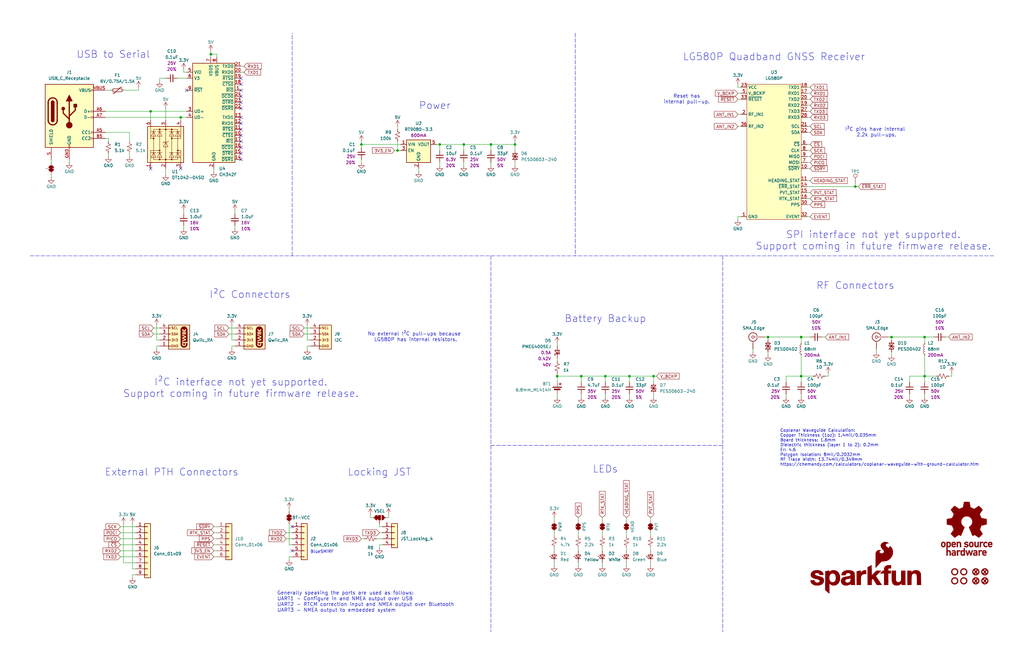
<source format=kicad_sch>
(kicad_sch (version 20231120) (generator "eeschema") (generator_version "8.0")
  (paper "USLedger")
  (title_block (title "LG580P Quadband GNSS Receiver Breakout") (date "2025-01-21") (rev "v10") (comment 1 "Designed by: N. Seidle"))
  (lib_symbols
    (symbol "LG580P:LG580P"
      (property "Reference" "U" (at -10.16 30.48 0))
      (property "Value" "LG580P" (at -7.62 -29.21 0))
      (symbol "LG580P_1_1"
        (pin power_in line (at -13.97 -26.67 0) (length 2.54) (name "GND") (number "1"))
        (pin output line (at 13.97 -6.35 180) (length 2.54) (name "~{SDRY}") (number "10"))
        (pin output line (at 13.97 -11.43 180) (length 2.54) (name "HEADING_STAT") (number "11"))
        (pin no_connect line (at 31.75 15.24 0) (length 2.54) hide (name "Reserved") (number "12"))
        (pin no_connect line (at 31.75 12.7 0) (length 2.54) hide (name "Reserved") (number "13"))
        (pin output line (at 13.97 -13.97 180) (length 2.54) (name "~{ERR}_STAT") (number "14"))
        (pin output line (at 13.97 -16.51 180) (length 2.54) (name "PVT_STAT") (number "15"))
        (pin output line (at 13.97 -19.05 180) (length 2.54) (name "RTK_STAT") (number "16"))
        (pin input line (at 13.97 25.4 180) (length 2.54) (name "RXD1") (number "17"))
        (pin output line (at 13.97 27.94 180) (length 2.54) (name "TXD1") (number "18"))
        (pin input line (at 13.97 20.32 180) (length 2.54) (name "RXD2") (number "19"))
        (pin input line (at -13.97 16.51 0) (length 2.54) (name "RF_IN1") (number "2"))
        (pin output line (at 13.97 22.86 180) (length 2.54) (name "TXD2") (number "20"))
        (pin bidirectional line (at 13.97 11.43 180) (length 2.54) (name "SCL") (number "21"))
        (pin bidirectional line (at 13.97 8.89 180) (length 2.54) (name "SDA") (number "22"))
        (pin power_in line (at -13.97 27.94 0) (length 2.54) (name "VCC") (number "23"))
        (pin power_in line (at -13.97 27.94 0) (length 2.54) hide (name "VCC") (number "24"))
        (pin no_connect line (at 31.75 10.16 0) (length 2.54) hide (name "Reserved") (number "25"))
        (pin no_connect line (at 31.75 7.62 0) (length 2.54) hide (name "Reserved") (number "26"))
        (pin output line (at 13.97 17.78 180) (length 2.54) (name "TXD3") (number "27"))
        (pin input line (at 13.97 15.24 180) (length 2.54) (name "RXD3") (number "28"))
        (pin no_connect line (at 31.75 5.08 0) (length 2.54) hide (name "Reserved") (number "29"))
        (pin power_in line (at -13.97 -26.67 0) (length 2.54) hide (name "GND") (number "3"))
        (pin output line (at 13.97 -21.59 180) (length 2.54) (name "PPS") (number "30"))
        (pin no_connect line (at 31.75 2.54 0) (length 2.54) hide (name "Reserved") (number "31"))
        (pin input line (at 13.97 -26.67 180) (length 2.54) (name "EVENT") (number "32"))
        (pin input line (at -13.97 22.86 0) (length 2.54) (name "~{RESET}") (number "33"))
        (pin power_in line (at -13.97 -26.67 0) (length 2.54) hide (name "GND") (number "34"))
        (pin power_in line (at -13.97 -26.67 0) (length 2.54) hide (name "GND") (number "35"))
        (pin input line (at -13.97 11.43 0) (length 2.54) (name "RF_IN2") (number "36"))
        (pin power_in line (at -13.97 -26.67 0) (length 2.54) hide (name "GND") (number "37"))
        (pin no_connect line (at 31.75 0 0) (length 2.54) hide (name "Reserved") (number "38"))
        (pin no_connect line (at 31.75 -2.54 0) (length 2.54) hide (name "Reserved") (number "39"))
        (pin power_in line (at -13.97 -26.67 0) (length 2.54) hide (name "GND") (number "4"))
        (pin no_connect line (at 31.75 -7.62 0) (length 2.54) hide (name "Reserved") (number "40"))
        (pin power_in line (at -13.97 -26.67 0) (length 2.54) hide (name "GND") (number "41"))
        (pin no_connect line (at 31.75 -5.08 0) (length 2.54) hide (name "Reserved") (number "42"))
        (pin power_in line (at -13.97 -26.67 0) (length 2.54) hide (name "GND") (number "43"))
        (pin no_connect line (at 31.75 -10.16 0) (length 2.54) hide (name "Reserved") (number "44"))
        (pin power_in line (at -13.97 -26.67 0) (length 2.54) hide (name "GND") (number "45"))
        (pin no_connect line (at 31.75 -12.7 0) (length 2.54) hide (name "Reserved") (number "46"))
        (pin no_connect line (at 31.75 -15.24 0) (length 2.54) hide (name "Reserved") (number "47"))
        (pin no_connect line (at 31.75 -17.78 0) (length 2.54) hide (name "Reserved") (number "48"))
        (pin power_in line (at -13.97 -26.67 0) (length 2.54) hide (name "GND") (number "49"))
        (pin power_in line (at -13.97 25.4 0) (length 2.54) (name "V_BCKP") (number "5"))
        (pin input line (at 13.97 3.81 180) (length 2.54) (name "~{CS}") (number "6"))
        (pin input line (at 13.97 -3.81 180) (length 2.54) (name "MOSI") (number "7"))
        (pin input line (at 13.97 1.27 180) (length 2.54) (name "CLK") (number "8"))
        (pin output line (at 13.97 -1.27 180) (length 2.54) (name "MISO") (number "9"))
      )
    )
    (symbol "SparkFun-Aesthetic:Fiducial_0.5mm"
      (symbol "Fiducial_0.5mm_1_1"
        (text "x" (at 0 0.254 0) (effects (font (size 2.5 2.5) (bold yes))))
      )
    )
    (symbol "SparkFun-Aesthetic:OSHW_Logo" (pin_names (offset 1.016)) (in_bom no))
    (symbol "SparkFun-Aesthetic:SparkFun_Logo" (pin_names (offset 1.016)) (on_board no))
    (symbol "SparkFun-Battery:Battery_6.8mm_ML414H_IV01E" (pin_numbers hide) (pin_names (offset 0) hide)
      (property "Reference" "BT" (at 2.54 2.54 0))
      (property "Value" "6.8mm_ML414H" (at 2.54 0 0))
      (symbol "Battery_6.8mm_ML414H_IV01E_1_1"
        (pin power_out line (at 0 3.81 270) (length 1.27) (name "+") (number "+"))
        (pin passive line (at 0 -1.27 90) (length 1.27) (name "-") (number "-"))
      )
    )
    (symbol "SparkFun-Capacitor:0.1uF_0603_25V_20%" (pin_numbers hide) (pin_names (offset 0.254))
      (property "Reference" "C" (at 0.635 2.54 0))
      (property "Value" "0.1uF" (at 0.635 -2.54 0))
      (property "Voltage" "25V" (at 0 -6.35 0))
      (property "Tolerance" "20%" (at 0 -8.89 0))
      (symbol "0.1uF_0603_25V_20%_1_1"
        (pin passive line (at 0 2.54 270) (length 2.032) (name "~") (number "1"))
        (pin passive line (at 0 -2.54 90) (length 2.032) (name "~") (number "2"))
      )
    )
    (symbol "SparkFun-Capacitor:1.0uF_0603_16V_10%" (pin_numbers hide) (pin_names (offset 0.254))
      (property "Reference" "C" (at 0.635 2.54 0))
      (property "Value" "1.0uF" (at 0.635 -2.54 0))
      (property "Voltage" "16V" (at 0 -6.35 0))
      (property "Tolerance" "10%" (at 0 -8.89 0))
      (symbol "1.0uF_0603_16V_10%_1_1"
        (pin passive line (at 0 2.54 270) (length 2.032) (name "~") (number "1"))
        (pin passive line (at 0 -2.54 90) (length 2.032) (name "~") (number "2"))
      )
    )
    (symbol "SparkFun-Capacitor:100pF_0402_50V_10%" (pin_numbers hide) (pin_names (offset 0.254))
      (property "Reference" "C" (at 0.635 2.54 0))
      (property "Value" "100pF" (at 0.635 -2.54 0))
      (property "Voltage" "50V" (at 0 -6.35 0))
      (property "Tolerance" "10%" (at 0 -8.89 0))
      (symbol "100pF_0402_50V_10%_1_1"
        (pin passive line (at 0 2.54 270) (length 2.032) (name "~") (number "1"))
        (pin passive line (at 0 -2.54 90) (length 2.032) (name "~") (number "2"))
      )
    )
    (symbol "SparkFun-Capacitor:100pF_0603_50V_10%" (pin_numbers hide) (pin_names (offset 0.254))
      (property "Reference" "C" (at 0.635 2.54 0))
      (property "Value" "100pF" (at 0.635 -2.54 0))
      (property "Voltage" "50V" (at 0 -6.35 0))
      (property "Tolerance" "10%" (at 0 -8.89 0))
      (symbol "100pF_0603_50V_10%_1_1"
        (pin passive line (at 0 2.54 270) (length 2.032) (name "~") (number "1"))
        (pin passive line (at 0 -2.54 90) (length 2.032) (name "~") (number "2"))
      )
    )
    (symbol "SparkFun-Capacitor:10uF_0603_6.3V_20%" (pin_numbers hide) (pin_names (offset 0.254))
      (property "Reference" "C" (at 0.635 2.54 0))
      (property "Value" "10uF" (at 0.635 -2.54 0))
      (property "Voltage" "6.3V" (at 0 -6.35 0))
      (property "Tolerance" "20%" (at 0 -8.89 0))
      (symbol "10uF_0603_6.3V_20%_1_1"
        (pin passive line (at 0 2.54 270) (length 2.032) (name "~") (number "1"))
        (pin passive line (at 0 -2.54 90) (length 2.032) (name "~") (number "2"))
      )
    )
    (symbol "SparkFun-Capacitor:33pF_0603_50V_5%" (pin_numbers hide) (pin_names (offset 0.254))
      (property "Reference" "C" (at 0.635 2.54 0))
      (property "Value" "33pF" (at 0.635 -2.54 0))
      (property "Voltage" "50V" (at 0 -6.35 0))
      (property "Tolerance" "5%" (at 0 -8.89 0))
      (symbol "33pF_0603_50V_5%_1_1"
        (pin passive line (at 0 2.54 270) (length 2.032) (name "~") (number "1"))
        (pin passive line (at 0 -2.54 90) (length 2.032) (name "~") (number "2"))
      )
    )
    (symbol "SparkFun-Capacitor:4.7uF_0603_35V_20%" (pin_numbers hide) (pin_names (offset 0.254))
      (property "Reference" "C" (at 0.635 2.54 0))
      (property "Value" "4.7uF" (at 0.635 -2.54 0))
      (property "Voltage" "35V" (at 0 -6.35 0))
      (property "Tolerance" "20%" (at 0 -8.89 0))
      (symbol "4.7uF_0603_35V_20%_1_1"
        (pin passive line (at 0 2.54 270) (length 2.032) (name "~") (number "1"))
        (pin passive line (at 0 -2.54 90) (length 2.032) (name "~") (number "2"))
      )
    )
    (symbol "SparkFun-Coil:68nH_0402_0.2A" (pin_numbers hide) (pin_names (offset 1.016) hide)
      (property "Reference" "L" (at 0 2.54 0))
      (property "Value" "68nH" (at 0 -1.27 0))
      (property "Current" "200mA" (at 0 -3.81 0))
      (symbol "68nH_0402_0.2A_1_1"
        (pin passive line (at -2.54 0 0) (length 0.508) (name "~") (number "1"))
        (pin passive line (at 2.54 0 180) (length 0.508) (name "~") (number "2"))
      )
    )
    (symbol "SparkFun-Connector:Conn_01x04_JST_1.25mm_Locking" (pin_names (offset 1.016) hide)
      (property "Reference" "J" (at 0 5.08 0))
      (property "Value" "JST_Locking_4" (at 0 -7.62 0))
      (symbol "Conn_01x04_JST_1.25mm_Locking_1_1"
        (pin passive line (at -5.08 2.54 0) (length 3.81) (name "Pin_1") (number "1"))
        (pin passive line (at -5.08 0 0) (length 3.81) (name "Pin_2") (number "2"))
        (pin passive line (at -5.08 -2.54 0) (length 3.81) (name "Pin_3") (number "3"))
        (pin passive line (at -5.08 -5.08 0) (length 3.81) (name "Pin_4") (number "4"))
        (pin no_connect line (at 6.35 -6.35 90) (length 5.08) hide (name "NC") (number "NC1"))
        (pin no_connect line (at 3.81 -6.35 90) (length 5.08) hide (name "NC") (number "NC2"))
      )
    )
    (symbol "SparkFun-Connector:Conn_01x06" (pin_names (offset 1.016) hide)
      (property "Reference" "J" (at 0 7.62 0))
      (property "Value" "Conn_01x06" (at 0 -10.16 0))
      (symbol "Conn_01x06_1_1"
        (pin passive line (at -5.08 5.08 0) (length 3.81) (name "Pin_1") (number "1"))
        (pin passive line (at -5.08 2.54 0) (length 3.81) (name "Pin_2") (number "2"))
        (pin passive line (at -5.08 0 0) (length 3.81) (name "Pin_3") (number "3"))
        (pin passive line (at -5.08 -2.54 0) (length 3.81) (name "Pin_4") (number "4"))
        (pin passive line (at -5.08 -5.08 0) (length 3.81) (name "Pin_5") (number "5"))
        (pin passive line (at -5.08 -7.62 0) (length 3.81) (name "Pin_6") (number "6"))
      )
    )
    (symbol "SparkFun-Connector:Conn_01x09" (pin_names (offset 1.016) hide)
      (property "Reference" "J" (at 0 12.7 0))
      (property "Value" "Conn_01x09" (at 0 -12.7 0))
      (symbol "Conn_01x09_1_1"
        (pin passive line (at -5.08 10.16 0) (length 3.81) (name "Pin_1") (number "1"))
        (pin passive line (at -5.08 7.62 0) (length 3.81) (name "Pin_2") (number "2"))
        (pin passive line (at -5.08 5.08 0) (length 3.81) (name "Pin_3") (number "3"))
        (pin passive line (at -5.08 2.54 0) (length 3.81) (name "Pin_4") (number "4"))
        (pin passive line (at -5.08 0 0) (length 3.81) (name "Pin_5") (number "5"))
        (pin passive line (at -5.08 -2.54 0) (length 3.81) (name "Pin_6") (number "6"))
        (pin passive line (at -5.08 -5.08 0) (length 3.81) (name "Pin_7") (number "7"))
        (pin passive line (at -5.08 -7.62 0) (length 3.81) (name "Pin_8") (number "8"))
        (pin passive line (at -5.08 -10.16 0) (length 3.81) (name "Pin_9") (number "9"))
      )
    )
    (symbol "SparkFun-Connector:I2C_01x04" (pin_names (offset 1.016) hide)
      (property "Reference" "J" (at 0 5.08 0))
      (property "Value" "I2C" (at 0 -7.62 0))
      (symbol "I2C_01x04_1_1"
        (text "3V3" (at 1.27 -2.54 0) (effects (font (size 1 1))))
        (text "GND" (at 1.27 -5.08 0) (effects (font (size 1 1))))
        (text "SCL" (at 1.27 2.54 0) (effects (font (size 1 1))))
        (text "SDA" (at 1.27 0 0) (effects (font (size 1 1))))
        (pin passive line (at -5.08 -5.08 0) (length 3.81) (name "Pin_1") (number "1"))
        (pin passive line (at -5.08 -2.54 0) (length 3.81) (name "Pin_2") (number "2"))
        (pin passive line (at -5.08 0 0) (length 3.81) (name "Pin_3") (number "3"))
        (pin passive line (at -5.08 2.54 0) (length 3.81) (name "Pin_4") (number "4"))
      )
    )
    (symbol "SparkFun-Connector:Qwiic_Right_Angle" (pin_names (offset 1.016) hide)
      (property "Reference" "J" (at 0 5.08 0))
      (property "Value" "Qwiic_RA" (at 0 -7.62 0))
      (symbol "Qwiic_Right_Angle_1_1"
        (text "3V3" (at 1.27 -2.54 0) (effects (font (size 1 1))))
        (text "GND" (at 1.27 -5.08 0) (effects (font (size 1 1))))
        (text "SCL" (at 1.27 2.54 0) (effects (font (size 1 1))))
        (text "SDA" (at 1.27 0 0) (effects (font (size 1 1))))
        (pin passive line (at -5.08 -5.08 0) (length 3.81) (name "Pin_1") (number "1"))
        (pin passive line (at -5.08 -2.54 0) (length 3.81) (name "Pin_2") (number "2"))
        (pin passive line (at -5.08 0 0) (length 3.81) (name "Pin_3") (number "3"))
        (pin passive line (at -5.08 2.54 0) (length 3.81) (name "Pin_4") (number "4"))
        (pin no_connect line (at 5.08 3.81 270) (length 2.54) hide (name "NC") (number "NC1"))
        (pin no_connect line (at 6.35 3.81 270) (length 2.54) hide (name "NC") (number "NC2"))
      )
    )
    (symbol "SparkFun-Connector:TestPoint_1.0mm" (pin_numbers hide) (pin_names (offset 0.762) hide)
      (property "Reference" "TP" (at 0 5.08 0))
      (symbol "TestPoint_1.0mm_1_1"
        (pin passive line (at 0 0 90) (length 2.54) (name "1") (number "1"))
      )
    )
    (symbol "SparkFun-Connector:USB_C_Receptacle" (pin_names (offset 1.016))
      (property "Reference" "J" (at -10.16 12.7 0))
      (property "Value" "USB_C_Receptacle" (at 19.05 12.7 0))
      (symbol "USB_C_Receptacle_1_1"
        (pin bidirectional line (at 15.24 -8.89 180) (length 5.08) (name "CC1") (number "A5"))
        (pin bidirectional line (at 15.24 0 180) (length 5.08) (name "D+") (number "A6"))
        (pin bidirectional line (at 15.24 -2.54 180) (length 5.08) (name "D-") (number "A7"))
        (pin no_connect line (at 2.54 -15.24 90) (length 5.08) hide (name "NC") (number "A8"))
        (pin bidirectional line (at 15.24 -11.43 180) (length 5.08) (name "CC2") (number "B5"))
        (pin bidirectional line (at 15.24 0 180) (length 5.08) hide (name "D+") (number "B6"))
        (pin bidirectional line (at 15.24 -2.54 180) (length 5.08) hide (name "D-") (number "B7"))
        (pin no_connect line (at 3.81 -15.24 90) (length 5.08) hide (name "NC") (number "B8"))
        (pin passive line (at 0 -20.32 90) (length 5.08) (name "GND") (number "GND"))
        (pin no_connect line (at -5.08 -15.24 90) (length 5.08) hide (name "NC") (number "NC1"))
        (pin no_connect line (at -3.81 -15.24 90) (length 5.08) hide (name "NC") (number "NC2"))
        (pin no_connect line (at -2.54 -15.24 90) (length 5.08) hide (name "NC") (number "NC3"))
        (pin passive line (at -7.62 -20.32 90) (length 5.08) (name "SHIELD") (number "S"))
        (pin power_out line (at 15.24 8.89 180) (length 5.08) (name "VBUS") (number "VBUS"))
      )
    )
    (symbol "SparkFun-DiscreteSemi:D_Schottky_0.5A_40V_0.42V" (pin_numbers hide) (pin_names (offset 1.016) hide)
      (property "Reference" "D" (at 0 2.54 0))
      (property "Value" "PMEG4005EJ" (at 0 -2.54 0))
      (property "IMax" "0.5A" (at 0 -5.08 0))
      (property "VDrop" "0.42V" (at 0 -10.16 0))
      (property "VMax" "40V" (at 0 -7.62 0))
      (symbol "D_Schottky_0.5A_40V_0.42V_1_1"
        (pin passive line (at -2.54 0 0) (length 1.778) (name "K") (number "1"))
        (pin passive line (at 2.54 0 180) (length 1.778) (name "A") (number "2"))
      )
    )
    (symbol "SparkFun-DiscreteSemi:D_TVS_0402" (pin_numbers hide) (pin_names (offset 1.016) hide)
      (property "Reference" "D" (at 0 2.54 0))
      (property "Value" "PESD0402" (at 0 -2.54 0))
      (symbol "D_TVS_0402_1_1"
        (pin passive line (at -2.54 0 0) (length 1.27) (name "A1") (number "1"))
        (pin passive line (at 2.54 0 180) (length 1.27) (name "A2") (number "2"))
      )
    )
    (symbol "SparkFun-DiscreteSemi:D_TVS_0603" (pin_numbers hide) (pin_names (offset 1.016) hide)
      (property "Reference" "D" (at 0 2.54 0))
      (property "Value" "PESD0603-240" (at 0 -2.54 0))
      (symbol "D_TVS_0603_1_1"
        (pin passive line (at -2.54 0 0) (length 1.27) (name "A1") (number "1"))
        (pin passive line (at 2.54 0 180) (length 1.27) (name "A2") (number "2"))
      )
    )
    (symbol "SparkFun-DiscreteSemi:D_TVS_ESD_USB" (pin_names hide)
      (property "Reference" "D" (at -8.636 -2.794 90))
      (property "Value" "DT1042-04SO" (at 9.398 -8.382 90))
      (symbol "D_TVS_ESD_USB_1_1"
        (pin passive line (at -6.35 -11.43 90) (length 2.54) (name "I/O1") (number "1"))
        (pin passive line (at 0 -11.43 90) (length 2.54) (name "GND") (number "2"))
        (pin passive line (at 6.35 -11.43 90) (length 2.54) (name "I/O2") (number "3"))
        (pin passive line (at 6.35 8.89 270) (length 2.54) (name "I/O3") (number "4"))
        (pin passive line (at 0 8.89 270) (length 2.54) (name "VCC") (number "5"))
        (pin passive line (at -6.35 8.89 270) (length 2.54) (name "I/O4") (number "6"))
      )
    )
    (symbol "SparkFun-Fuse:Fuse 6V/0.75A/1.5A" (pin_numbers hide) (pin_names (offset 0))
      (property "Reference" "F" (at 0 2.54 0))
      (property "Value" "6V/0.75A/1.5A" (at 0 -2.54 0))
      (symbol "Fuse 6V/0.75A/1.5A_1_1"
        (pin passive line (at -2.54 0 0) (length 0.635) (name "~") (number "1"))
        (pin passive line (at 2.54 0 180) (length 0.635) (name "~") (number "2"))
      )
    )
    (symbol "SparkFun-Hardware:Standoff")
    (symbol "SparkFun-IC-Comm:CH342F"
      (property "Reference" "U" (at 5.08 -21.59 0))
      (property "Value" "CH342F" (at 5.08 -24.13 0))
      (symbol "CH342F_1_1"
        (pin input line (at 11.43 10.16 180) (length 2.54) (name "~{RI0}") (number "1"))
        (pin input line (at 11.43 -8.89 180) (length 2.54) (name "~{CTS1}") (number "10"))
        (pin output line (at 11.43 -6.35 180) (length 2.54) (name "~{RTS1}") (number "11"))
        (pin input line (at 11.43 -3.81 180) (length 2.54) (name "RXD1") (number "12"))
        (pin output line (at 11.43 -1.27 180) (length 2.54) (name "TXD1") (number "13"))
        (pin input line (at 11.43 -19.05 180) (length 2.54) (name "~{DSR1}") (number "14"))
        (pin output line (at 11.43 -16.51 180) (length 2.54) (name "~{DTR1}") (number "15"))
        (pin input line (at 11.43 -13.97 180) (length 2.54) (name "~{DCD1}") (number "16"))
        (pin input line (at 11.43 -11.43 180) (length 2.54) (name "~{RI1}") (number "17"))
        (pin input line (at 11.43 12.7 180) (length 2.54) (name "~{CTS0}") (number "18"))
        (pin output line (at 11.43 15.24 180) (length 2.54) (name "~{RTS0}") (number "19"))
        (pin power_in line (at 0 -22.86 90) (length 2.54) (name "GND") (number "2"))
        (pin input line (at 11.43 17.78 180) (length 2.54) (name "RXD0") (number "20"))
        (pin output line (at 11.43 20.32 180) (length 2.54) (name "TXD0") (number "21"))
        (pin input line (at 11.43 2.54 180) (length 2.54) (name "~{DSR0}") (number "22"))
        (pin output line (at 11.43 5.08 180) (length 2.54) (name "~{DTR0}") (number "23"))
        (pin input line (at 11.43 7.62 180) (length 2.54) (name "~{DCD0}") (number "24"))
        (pin power_in line (at 0 -22.86 90) (length 2.54) hide (name "GND") (number "25"))
        (pin bidirectional line (at -11.43 1.27 0) (length 2.54) (name "UD+") (number "3"))
        (pin bidirectional line (at -11.43 -1.27 0) (length 2.54) (name "UD-") (number "4"))
        (pin input line (at -11.43 17.78 0) (length 2.54) (name "VIO") (number "5"))
        (pin power_out line (at -11.43 15.24 0) (length 2.54) (name "V3") (number "6"))
        (pin power_in line (at -1.27 24.13 270) (length 2.54) (name "VDD5") (number "7"))
        (pin power_in line (at 1.27 24.13 270) (length 2.54) (name "VBUS") (number "8"))
        (pin input line (at -11.43 10.16 0) (length 2.54) (name "~{RST}") (number "9"))
      )
    )
    (symbol "SparkFun-Jumper:SolderJumper_2_Bridged" (pin_numbers hide) (pin_names (offset 0) hide)
      (property "Reference" "JP" (at 0 2.032 0))
      (property "Value" "~" (at 0 -2.54 0))
      (symbol "SolderJumper_2_Bridged_1_1"
        (pin passive line (at -2.54 0 0) (length 1.27) (name "A") (number "1"))
        (pin passive line (at 2.54 0 180) (length 1.27) (name "B") (number "2"))
      )
    )
    (symbol "SparkFun-Jumper:SolderJumper_3_Bridged12" (pin_numbers hide) (pin_names (offset 0) hide)
      (property "Reference" "JP" (at 0 2.54 0))
      (property "Value" "~" (at 3.81 1.27 0))
      (symbol "SolderJumper_3_Bridged12_1_1"
        (pin passive line (at -2.54 0 0) (length 1.27) (name "A") (number "1"))
        (pin passive line (at 0 -2.54 90) (length 1.27) (name "B") (number "2"))
        (pin passive line (at 2.54 0 180) (length 1.27) (name "C") (number "3"))
      )
    )
    (symbol "SparkFun-LED:LED_Blue_0603" (pin_numbers hide) (pin_names (offset 1.016) hide)
      (property "Reference" "D" (at 0 2.54 0))
      (property "Value" "Blue" (at 0 -2.54 0))
      (symbol "LED_Blue_0603_1_1"
        (pin passive line (at -2.54 0 0) (length 1.778) (name "K") (number "1"))
        (pin passive line (at 2.54 0 180) (length 1.778) (name "A") (number "2"))
      )
    )
    (symbol "SparkFun-LED:LED_Green_0603" (pin_numbers hide) (pin_names (offset 1.016) hide)
      (property "Reference" "D" (at 0 2.54 0))
      (property "Value" "Green" (at 0 -2.54 0))
      (symbol "LED_Green_0603_1_1"
        (pin passive line (at -2.54 0 0) (length 1.778) (name "K") (number "1"))
        (pin passive line (at 2.54 0 180) (length 1.778) (name "A") (number "2"))
      )
    )
    (symbol "SparkFun-LED:LED_Red_0603" (pin_numbers hide) (pin_names (offset 1.016) hide)
      (property "Reference" "D" (at 0 2.54 0))
      (property "Value" "Red" (at 0 -2.54 0))
      (symbol "LED_Red_0603_1_1"
        (pin passive line (at -2.54 0 0) (length 1.778) (name "K") (number "1"))
        (pin passive line (at 2.54 0 180) (length 1.778) (name "A") (number "2"))
      )
    )
    (symbol "SparkFun-LED:LED_White_0603" (pin_numbers hide) (pin_names (offset 1.016) hide)
      (property "Reference" "D" (at 0 2.54 0))
      (property "Value" "White" (at 0 -2.54 0))
      (symbol "LED_White_0603_1_1"
        (pin passive line (at -2.54 0 0) (length 1.778) (name "K") (number "1"))
        (pin passive line (at 2.54 0 180) (length 1.778) (name "A") (number "2"))
      )
    )
    (symbol "SparkFun-LED:LED_Yellow_0603" (pin_numbers hide) (pin_names (offset 1.016) hide)
      (property "Reference" "D" (at 0 2.54 0))
      (property "Value" "Yellow" (at 0 -2.54 0))
      (symbol "LED_Yellow_0603_1_1"
        (pin passive line (at -2.54 0 0) (length 1.778) (name "K") (number "1"))
        (pin passive line (at 2.54 0 180) (length 1.778) (name "A") (number "2"))
      )
    )
    (symbol "SparkFun-PowerSymbol:3.3V" (power) (pin_names (offset 0))
      (property "Value" "3.3V" (at 0 3.81 0))
      (symbol "3.3V_1_1"
        (pin power_in line (at 0 0 90) (length 0) hide (name "3.3V") (number "1"))
      )
    )
    (symbol "SparkFun-PowerSymbol:5V" (power) (pin_names (offset 0))
      (property "Value" "5V" (at 0 3.81 0))
      (symbol "5V_1_1"
        (pin power_in line (at 0 0 90) (length 0) hide (name "5V") (number "1"))
      )
    )
    (symbol "SparkFun-PowerSymbol:GND" (power) (pin_names (offset 0))
      (property "Value" "GND" (at 0 -3.81 0))
      (symbol "GND_1_1"
        (pin power_in line (at 0 0 270) (length 0) hide (name "GND") (number "1"))
      )
    )
    (symbol "SparkFun-RF:SMA_EdgeMount" (pin_numbers hide) (pin_names (offset 1.016) hide)
      (property "Reference" "J" (at 0.254 3.048 0))
      (property "Value" "SMA_Edge" (at 3.81 0 90))
      (symbol "SMA_EdgeMount_1_1"
        (pin passive line (at -5.08 0 0) (length 2.54) (name "In") (number "1"))
        (pin passive line (at 0 -5.08 90) (length 2.54) (name "Ext") (number "2"))
      )
    )
    (symbol "SparkFun-Regulator:RT9080-3.3"
      (property "Reference" "U3" (at 0 13.97 0))
      (property "Value" "RT9080-3.3" (at 0 11.43 0))
      (property "VMax" "5.5V" (at 0 8.89 0) (show_name))
      (property "IMax" "600mA" (at 0 6.35 0) (show_name))
      (symbol "RT9080-3.3_1_1"
        (pin power_in line (at -7.62 2.54 0) (length 2.54) (name "VIN") (number "1"))
        (pin power_in line (at 0 -7.62 90) (length 2.54) (name "GND") (number "2"))
        (pin input line (at -7.62 0 0) (length 2.54) (name "EN") (number "3"))
        (pin no_connect line (at 5.08 0 180) (length 2.54) hide (name "NC") (number "4"))
        (pin power_out line (at 7.62 2.54 180) (length 2.54) (name "VOUT") (number "5"))
      )
    )
    (symbol "SparkFun-Resistor:100k_0603" (pin_numbers hide) (pin_names (offset 0))
      (property "Reference" "R" (at 0 -2.54 0))
      (property "Value" "100k" (at 0 2.54 0))
      (symbol "100k_0603_1_1"
        (pin passive line (at -2.54 0 0) (length 1.016) (name "~") (number "1"))
        (pin passive line (at 2.54 0 180) (length 1.016) (name "~") (number "2"))
      )
    )
    (symbol "SparkFun-Resistor:10_0603" (pin_numbers hide) (pin_names (offset 0))
      (property "Reference" "R" (at 0 -2.54 0))
      (property "Value" "10" (at 0 2.54 0))
      (symbol "10_0603_1_1"
        (pin passive line (at -2.54 0 0) (length 1.016) (name "~") (number "1"))
        (pin passive line (at 2.54 0 180) (length 1.016) (name "~") (number "2"))
      )
    )
    (symbol "SparkFun-Resistor:1k_0603" (pin_numbers hide) (pin_names (offset 0))
      (property "Reference" "R" (at 0 -2.54 0))
      (property "Value" "1k" (at 0 2.54 0))
      (symbol "1k_0603_1_1"
        (pin passive line (at -2.54 0 0) (length 1.016) (name "~") (number "1"))
        (pin passive line (at 2.54 0 180) (length 1.016) (name "~") (number "2"))
      )
    )
    (symbol "SparkFun-Resistor:2.2k_0603" (pin_numbers hide) (pin_names (offset 0))
      (property "Reference" "R" (at 0 -2.54 0))
      (property "Value" "2.2k" (at 0 2.54 0))
      (symbol "2.2k_0603_1_1"
        (pin passive line (at -2.54 0 0) (length 1.016) (name "~") (number "1"))
        (pin passive line (at 2.54 0 180) (length 1.016) (name "~") (number "2"))
      )
    )
    (symbol "SparkFun-Resistor:4.7k_0603" (pin_numbers hide) (pin_names (offset 0))
      (property "Reference" "R" (at 0 -2.54 0))
      (property "Value" "4.7k" (at 0 2.54 0))
      (symbol "4.7k_0603_1_1"
        (pin passive line (at -2.54 0 0) (length 1.016) (name "~") (number "1"))
        (pin passive line (at 2.54 0 180) (length 1.016) (name "~") (number "2"))
      )
    )
    (symbol "SparkFun-Resistor:5.1k_0603" (pin_numbers hide) (pin_names (offset 0))
      (property "Reference" "R" (at 0 -2.54 0))
      (property "Value" "5.1k" (at 0 2.54 0))
      (symbol "5.1k_0603_1_1"
        (pin passive line (at -2.54 0 0) (length 1.016) (name "~") (number "1"))
        (pin passive line (at 2.54 0 180) (length 1.016) (name "~") (number "2"))
      )
    )
  )
  (junction (at 389.89 142.24))
  (junction (at 167.64 63.5))
  (junction (at 265.43 158.75))
  (junction (at 63.5 46.99))
  (junction (at 337.82 158.75))
  (junction (at 245.11 158.75))
  (junction (at 195.58 60.96))
  (junction (at 323.85 142.24))
  (junction (at 88.9 22.86))
  (junction (at 152.4 60.96))
  (junction (at 255.27 158.75))
  (junction (at 217.17 60.96))
  (junction (at 76.2 49.53))
  (junction (at 389.89 158.75))
  (junction (at 375.92 142.24))
  (junction (at 337.82 142.24))
  (junction (at 185.42 60.96))
  (junction (at 207.01 60.96))
  (junction (at 360.68 78.74))
  (junction (at 275.59 158.75))
  (junction (at 234.95 158.75))
  (no_connect (at 101.6 52.07))
  (no_connect (at 123.19 222.25))
  (no_connect (at 101.6 40.64))
  (no_connect (at 123.19 232.41))
  (no_connect (at 101.6 45.72))
  (no_connect (at 101.6 49.53))
  (no_connect (at 101.6 38.1))
  (no_connect (at 101.6 57.15))
  (no_connect (at 78.74 38.1))
  (no_connect (at 76.2 71.12))
  (no_connect (at 101.6 64.77))
  (no_connect (at 101.6 62.23))
  (no_connect (at 101.6 54.61))
  (no_connect (at 63.5 71.12))
  (no_connect (at 101.6 35.56))
  (no_connect (at 101.6 59.69))
  (no_connect (at 101.6 43.18))
  (no_connect (at 101.6 67.31))
  (no_connect (at 101.6 33.02))
  (wire (pts (xy 254 226.06) (xy 254 224.79)))
  (wire (pts (xy 360.68 78.74) (xy 361.95 78.74)))
  (wire (pts (xy 50.8 224.79) (xy 57.15 224.79)))
  (wire (pts (xy 44.45 38.1) (xy 46.99 38.1)))
  (wire (pts (xy 401.32 158.75) (xy 400.05 158.75)))
  (wire (pts (xy 331.47 158.75) (xy 337.82 158.75)))
  (wire (pts (xy 398.78 142.24) (xy 400.05 142.24)))
  (wire (pts (xy 120.65 227.33) (xy 123.19 227.33)))
  (wire (pts (xy 389.89 166.37) (xy 389.89 167.64)))
  (wire (pts (xy 341.63 63.5) (xy 340.36 63.5)))
  (wire (pts (xy 255.27 166.37) (xy 255.27 167.64)))
  (polyline (pts (xy 242.57 107.95) (xy 242.57 107.95)) (stroke (width 0) (type dash)))
  (wire (pts (xy 234.95 151.13) (xy 234.95 152.4)))
  (wire (pts (xy 99.06 146.05) (xy 97.79 146.05)))
  (wire (pts (xy 275.59 166.37) (xy 275.59 167.64)))
  (wire (pts (xy 66.04 146.05) (xy 66.04 147.32)))
  (wire (pts (xy 99.06 143.51) (xy 97.79 143.51)))
  (wire (pts (xy 340.36 44.45) (xy 341.63 44.45)))
  (wire (pts (xy 76.2 49.53) (xy 76.2 50.8)))
  (wire (pts (xy 76.2 49.53) (xy 78.74 49.53)))
  (wire (pts (xy 340.36 83.82) (xy 341.63 83.82)))
  (wire (pts (xy 233.68 237.49) (xy 233.68 238.76)))
  (wire (pts (xy 340.36 86.36) (xy 341.63 86.36)))
  (wire (pts (xy 255.27 158.75) (xy 255.27 161.29)))
  (wire (pts (xy 337.82 166.37) (xy 337.82 167.64)))
  (wire (pts (xy 207.01 68.58) (xy 207.01 69.85)))
  (wire (pts (xy 323.85 149.86) (xy 323.85 148.59)))
  (wire (pts (xy 264.16 237.49) (xy 264.16 238.76)))
  (wire (pts (xy 274.32 224.79) (xy 274.32 226.06)))
  (wire (pts (xy 101.6 27.94) (xy 102.87 27.94)))
  (wire (pts (xy 369.57 147.32) (xy 369.57 148.59)))
  (wire (pts (xy 90.17 222.25) (xy 91.44 222.25)))
  (wire (pts (xy 337.82 158.75) (xy 337.82 149.86)))
  (wire (pts (xy 185.42 60.96) (xy 185.42 63.5)))
  (wire (pts (xy 90.17 224.79) (xy 91.44 224.79)))
  (wire (pts (xy 50.8 234.95) (xy 57.15 234.95)))
  (wire (pts (xy 245.11 158.75) (xy 245.11 161.29)))
  (wire (pts (xy 44.45 49.53) (xy 76.2 49.53)))
  (wire (pts (xy 50.8 229.87) (xy 57.15 229.87)))
  (wire (pts (xy 264.16 224.79) (xy 264.16 226.06)))
  (wire (pts (xy 340.36 81.28) (xy 341.63 81.28)))
  (wire (pts (xy 96.52 140.97) (xy 99.06 140.97)))
  (wire (pts (xy 184.15 60.96) (xy 185.42 60.96)))
  (wire (pts (xy 152.4 67.31) (xy 152.4 68.58)))
  (wire (pts (xy 152.4 227.33) (xy 153.67 227.33)))
  (wire (pts (xy 90.17 227.33) (xy 91.44 227.33)))
  (wire (pts (xy 389.89 142.24) (xy 389.89 144.78)))
  (wire (pts (xy 401.32 157.48) (xy 401.32 158.75)))
  (wire (pts (xy 311.15 39.37) (xy 312.42 39.37)))
  (wire (pts (xy 45.72 58.42) (xy 45.72 59.69)))
  (wire (pts (xy 121.92 220.98) (xy 121.92 229.87)))
  (wire (pts (xy 311.15 53.34) (xy 312.42 53.34)))
  (wire (pts (xy 389.89 142.24) (xy 393.7 142.24)))
  (wire (pts (xy 52.07 38.1) (xy 58.42 38.1)))
  (wire (pts (xy 360.68 77.47) (xy 360.68 78.74)))
  (wire (pts (xy 161.29 222.25) (xy 160.02 222.25)))
  (wire (pts (xy 207.01 60.96) (xy 217.17 60.96)))
  (wire (pts (xy 90.17 71.12) (xy 90.17 72.39)))
  (wire (pts (xy 254 237.49) (xy 254 238.76)))
  (wire (pts (xy 163.83 217.17) (xy 163.83 218.44)))
  (wire (pts (xy 44.45 46.99) (xy 63.5 46.99)))
  (wire (pts (xy 162.56 218.44) (xy 163.83 218.44)))
  (wire (pts (xy 233.68 232.41) (xy 233.68 231.14)))
  (wire (pts (xy 64.77 138.43) (xy 67.31 138.43)))
  (wire (pts (xy 67.31 143.51) (xy 66.04 143.51)))
  (wire (pts (xy 44.45 58.42) (xy 45.72 58.42)))
  (wire (pts (xy 265.43 166.37) (xy 265.43 167.64)))
  (wire (pts (xy 97.79 137.16) (xy 97.79 143.51)))
  (wire (pts (xy 234.95 157.48) (xy 234.95 158.75)))
  (wire (pts (xy 45.72 64.77) (xy 45.72 66.04)))
  (polyline (pts (xy 123.19 107.95) (xy 123.19 13.97)) (stroke (width 0) (type dash)))
  (wire (pts (xy 74.93 33.02) (xy 78.74 33.02)))
  (wire (pts (xy 234.95 167.64) (xy 234.95 166.37)))
  (wire (pts (xy 158.75 227.33) (xy 161.29 227.33)))
  (wire (pts (xy 57.15 242.57) (xy 55.88 242.57)))
  (wire (pts (xy 233.68 226.06) (xy 233.68 224.79)))
  (polyline (pts (xy 12.7 107.95) (xy 207.01 107.95)) (stroke (width 0) (type dash)))
  (wire (pts (xy 274.32 231.14) (xy 274.32 232.41)))
  (wire (pts (xy 346.71 142.24) (xy 347.98 142.24)))
  (wire (pts (xy 337.82 142.24) (xy 341.63 142.24)))
  (wire (pts (xy 341.63 60.96) (xy 340.36 60.96)))
  (wire (pts (xy 50.8 222.25) (xy 57.15 222.25)))
  (wire (pts (xy 341.63 68.58) (xy 340.36 68.58)))
  (wire (pts (xy 160.02 220.98) (xy 160.02 222.25)))
  (wire (pts (xy 166.37 63.5) (xy 167.64 63.5)))
  (wire (pts (xy 54.61 64.77) (xy 54.61 66.04)))
  (wire (pts (xy 322.58 142.24) (xy 323.85 142.24)))
  (wire (pts (xy 63.5 46.99) (xy 78.74 46.99)))
  (wire (pts (xy 217.17 60.96) (xy 217.17 63.5)))
  (wire (pts (xy 254 232.41) (xy 254 231.14)))
  (wire (pts (xy 275.59 158.75) (xy 276.86 158.75)))
  (wire (pts (xy 195.58 68.58) (xy 195.58 69.85)))
  (wire (pts (xy 275.59 158.75) (xy 275.59 161.29)))
  (wire (pts (xy 129.54 137.16) (xy 129.54 143.51)))
  (wire (pts (xy 121.92 214.63) (xy 121.92 215.9)))
  (wire (pts (xy 69.85 45.72) (xy 69.85 50.8)))
  (wire (pts (xy 63.5 46.99) (xy 63.5 50.8)))
  (wire (pts (xy 265.43 158.75) (xy 265.43 161.29)))
  (wire (pts (xy 337.82 142.24) (xy 337.82 144.78)))
  (wire (pts (xy 57.15 237.49) (xy 52.07 237.49)))
  (wire (pts (xy 152.4 59.69) (xy 152.4 60.96)))
  (wire (pts (xy 160.02 224.79) (xy 161.29 224.79)))
  (wire (pts (xy 311.15 35.56) (xy 311.15 36.83)))
  (wire (pts (xy 129.54 146.05) (xy 129.54 147.32)))
  (wire (pts (xy 374.65 142.24) (xy 375.92 142.24)))
  (wire (pts (xy 67.31 146.05) (xy 66.04 146.05)))
  (wire (pts (xy 317.5 147.32) (xy 317.5 148.59)))
  (wire (pts (xy 97.79 146.05) (xy 97.79 147.32)))
  (wire (pts (xy 234.95 144.78) (xy 234.95 146.05)))
  (wire (pts (xy 54.61 55.88) (xy 54.61 59.69)))
  (wire (pts (xy 274.32 237.49) (xy 274.32 238.76)))
  (wire (pts (xy 185.42 60.96) (xy 195.58 60.96)))
  (wire (pts (xy 337.82 158.75) (xy 342.9 158.75)))
  (wire (pts (xy 311.15 41.91) (xy 312.42 41.91)))
  (wire (pts (xy 265.43 158.75) (xy 275.59 158.75)))
  (wire (pts (xy 217.17 59.69) (xy 217.17 60.96)))
  (wire (pts (xy 121.92 234.95) (xy 121.92 236.22)))
  (wire (pts (xy 167.64 63.5) (xy 168.91 63.5)))
  (wire (pts (xy 340.36 46.99) (xy 341.63 46.99)))
  (wire (pts (xy 375.92 142.24) (xy 375.92 143.51)))
  (wire (pts (xy 157.48 218.44) (xy 156.21 218.44)))
  (wire (pts (xy 96.52 138.43) (xy 99.06 138.43)))
  (wire (pts (xy 340.36 49.53) (xy 341.63 49.53)))
  (wire (pts (xy 57.15 240.03) (xy 55.88 240.03)))
  (wire (pts (xy 331.47 161.29) (xy 331.47 158.75)))
  (wire (pts (xy 77.47 30.48) (xy 77.47 29.21)))
  (wire (pts (xy 44.45 55.88) (xy 54.61 55.88)))
  (wire (pts (xy 90.17 234.95) (xy 91.44 234.95)))
  (wire (pts (xy 340.36 53.34) (xy 341.63 53.34)))
  (wire (pts (xy 99.06 88.9) (xy 99.06 90.17)))
  (wire (pts (xy 264.16 231.14) (xy 264.16 232.41)))
  (wire (pts (xy 323.85 142.24) (xy 337.82 142.24)))
  (wire (pts (xy 29.21 67.31) (xy 29.21 68.58)))
  (wire (pts (xy 340.36 76.2) (xy 341.63 76.2)))
  (wire (pts (xy 90.17 232.41) (xy 91.44 232.41)))
  (wire (pts (xy 99.06 95.25) (xy 99.06 96.52)))
  (wire (pts (xy 340.36 55.88) (xy 341.63 55.88)))
  (wire (pts (xy 233.68 218.44) (xy 233.68 219.71)))
  (wire (pts (xy 21.59 68.58) (xy 21.59 67.31)))
  (wire (pts (xy 341.63 66.04) (xy 340.36 66.04)))
  (wire (pts (xy 55.88 220.98) (xy 55.88 240.03)))
  (wire (pts (xy 243.84 237.49) (xy 243.84 238.76)))
  (wire (pts (xy 389.89 158.75) (xy 394.97 158.75)))
  (wire (pts (xy 243.84 218.44) (xy 243.84 219.71)))
  (wire (pts (xy 245.11 158.75) (xy 255.27 158.75)))
  (wire (pts (xy 195.58 60.96) (xy 195.58 63.5)))
  (wire (pts (xy 77.47 90.17) (xy 77.47 88.9)))
  (wire (pts (xy 50.8 232.41) (xy 57.15 232.41)))
  (wire (pts (xy 340.36 39.37) (xy 341.63 39.37)))
  (wire (pts (xy 255.27 158.75) (xy 265.43 158.75)))
  (polyline (pts (xy 242.57 13.97) (xy 242.57 107.95)) (stroke (width 0) (type dash)))
  (wire (pts (xy 88.9 22.86) (xy 88.9 24.13)))
  (wire (pts (xy 323.85 142.24) (xy 323.85 143.51)))
  (wire (pts (xy 120.65 224.79) (xy 123.19 224.79)))
  (wire (pts (xy 383.54 158.75) (xy 389.89 158.75)))
  (wire (pts (xy 217.17 69.85) (xy 217.17 68.58)))
  (wire (pts (xy 67.31 34.29) (xy 67.31 33.02)))
  (wire (pts (xy 195.58 60.96) (xy 207.01 60.96)))
  (wire (pts (xy 207.01 60.96) (xy 207.01 63.5)))
  (wire (pts (xy 340.36 91.44) (xy 341.63 91.44)))
  (wire (pts (xy 50.8 227.33) (xy 57.15 227.33)))
  (wire (pts (xy 21.59 74.93) (xy 21.59 73.66)))
  (wire (pts (xy 67.31 33.02) (xy 69.85 33.02)))
  (wire (pts (xy 78.74 30.48) (xy 77.47 30.48)))
  (wire (pts (xy 167.64 53.34) (xy 167.64 54.61)))
  (wire (pts (xy 156.21 217.17) (xy 156.21 218.44)))
  (wire (pts (xy 77.47 95.25) (xy 77.47 96.52)))
  (wire (pts (xy 349.25 158.75) (xy 347.98 158.75)))
  (wire (pts (xy 337.82 158.75) (xy 337.82 161.29)))
  (wire (pts (xy 90.17 229.87) (xy 91.44 229.87)))
  (wire (pts (xy 312.42 36.83) (xy 311.15 36.83)))
  (wire (pts (xy 383.54 161.29) (xy 383.54 158.75)))
  (wire (pts (xy 69.85 71.12) (xy 69.85 73.66)))
  (wire (pts (xy 340.36 36.83) (xy 341.63 36.83)))
  (wire (pts (xy 331.47 167.64) (xy 331.47 166.37)))
  (wire (pts (xy 311.15 91.44) (xy 311.15 92.71)))
  (wire (pts (xy 389.89 158.75) (xy 389.89 149.86)))
  (wire (pts (xy 176.53 72.39) (xy 176.53 71.12)))
  (wire (pts (xy 340.36 78.74) (xy 360.68 78.74)))
  (wire (pts (xy 101.6 30.48) (xy 102.87 30.48)))
  (wire (pts (xy 375.92 149.86) (xy 375.92 148.59)))
  (wire (pts (xy 234.95 158.75) (xy 234.95 161.29)))
  (wire (pts (xy 161.29 229.87) (xy 160.02 229.87)))
  (polyline (pts (xy 419.1 107.95) (xy 207.01 107.95)) (stroke (width 0) (type dash)))
  (wire (pts (xy 152.4 60.96) (xy 168.91 60.96)))
  (wire (pts (xy 341.63 71.12) (xy 340.36 71.12)))
  (wire (pts (xy 52.07 220.98) (xy 52.07 237.49)))
  (polyline (pts (xy 207.01 107.95) (xy 207.01 266.7)) (stroke (width 0) (type dash)))
  (wire (pts (xy 128.27 138.43) (xy 130.81 138.43)))
  (wire (pts (xy 55.88 242.57) (xy 55.88 243.84)))
  (wire (pts (xy 91.44 24.13) (xy 91.44 22.86)))
  (wire (pts (xy 243.84 226.06) (xy 243.84 224.79)))
  (wire (pts (xy 160.02 229.87) (xy 160.02 231.14)))
  (wire (pts (xy 254 218.44) (xy 254 219.71)))
  (wire (pts (xy 58.42 36.83) (xy 58.42 38.1)))
  (wire (pts (xy 123.19 234.95) (xy 121.92 234.95)))
  (wire (pts (xy 123.19 229.87) (xy 121.92 229.87)))
  (wire (pts (xy 152.4 60.96) (xy 152.4 62.23)))
  (wire (pts (xy 312.42 91.44) (xy 311.15 91.44)))
  (wire (pts (xy 389.89 158.75) (xy 389.89 161.29)))
  (wire (pts (xy 130.81 143.51) (xy 129.54 143.51)))
  (wire (pts (xy 243.84 232.41) (xy 243.84 231.14)))
  (wire (pts (xy 383.54 167.64) (xy 383.54 166.37)))
  (polyline (pts (xy 304.8 107.95) (xy 304.8 266.7)) (stroke (width 0) (type dash)))
  (polyline (pts (xy 207.01 187.96) (xy 304.8 187.96)) (stroke (width 0) (type dash)))
  (wire (pts (xy 167.64 63.5) (xy 167.64 59.69)))
  (wire (pts (xy 274.32 219.71) (xy 274.32 218.44)))
  (wire (pts (xy 311.15 48.26) (xy 312.42 48.26)))
  (wire (pts (xy 245.11 166.37) (xy 245.11 167.64)))
  (wire (pts (xy 130.81 146.05) (xy 129.54 146.05)))
  (wire (pts (xy 128.27 140.97) (xy 130.81 140.97)))
  (wire (pts (xy 349.25 157.48) (xy 349.25 158.75)))
  (wire (pts (xy 64.77 140.97) (xy 67.31 140.97)))
  (wire (pts (xy 234.95 158.75) (xy 245.11 158.75)))
  (wire (pts (xy 340.36 41.91) (xy 341.63 41.91)))
  (wire (pts (xy 88.9 22.86) (xy 91.44 22.86)))
  (wire (pts (xy 88.9 21.59) (xy 88.9 22.86)))
  (wire (pts (xy 375.92 142.24) (xy 389.89 142.24)))
  (wire (pts (xy 264.16 219.71) (xy 264.16 218.44)))
  (wire (pts (xy 185.42 68.58) (xy 185.42 69.85)))
  (wire (pts (xy 66.04 137.16) (xy 66.04 143.51)))
  (text "I²C Connectors" (at 105.41 124.46 0) (effects (font (size 3 3))))
  (text "Generally speaking the ports are used as follows:\nUART1 - Configure in and NMEA output over USB\nUART2 - RTCM correction input and NMEA output over Bluetooth\nUART3 - NMEA output to embedded system" (at 116.84 254 0) (effects (font (size 1.5 1.5)) (justify left)))
  (text "Reset has\ninternal pull-up." (at 289.56 41.91 0) (effects (font (size 1.5 1.5))))
  (text "I²C interface not yet supported.\nSupport coming in future firmware release." (at 101.6 163.83 0) (effects (font (size 3 3))))
  (text "Coplanar Waveguide Calculation:\nCopper Thickness (1oz): 1.4mil/0.035mm\nBoard thickness: 1.6mm\nDielectric thickness (layer 1 to 2): 0.2mm\nEr: 4.6\nPolygon Isolation: 8mil/0.2032mm\nRF Trace Width: 13.74mil/0.349mm\nhttps://chemandy.com/calculators/coplanar-waveguide-with-ground-calculator.htm" (at 328.93 196.85 0) (effects (font (size 1.27 1.27)) (justify left bottom)))
  (text "I²C pins have internal \n2.2k pull-ups." (at 369.57 55.88 0) (effects (font (size 1.5 1.5))))
  (text "Locking JST" (at 160.02 199.39 0) (effects (font (size 3 3))))
  (text "BlueSMiRF" (at 130.81 233.68 0) (effects (font (size 1.27 1.27)) (justify left bottom)))
  (text "Power\n" (at 183.388 44.704 0) (effects (font (size 3 3))))
  (text "RF Connectors" (at 360.68 120.65 0) (effects (font (size 3 3))))
  (text "LEDs\n" (at 255.27 198.12 0) (effects (font (size 3 3))))
  (text "LG580P Quadband GNSS Receiver" (at 326.39 24.13 0) (effects (font (size 3 3))))
  (text "USB to Serial" (at 47.752 23.114 0) (effects (font (size 3 3))))
  (text "Battery Backup" (at 255.27 134.62 0) (effects (font (size 3 3))))
  (text "SPI interface not yet supported.\nSupport coming in future firmware release." (at 368.3 101.6 0) (effects (font (size 3 3))))
  (text "External PTH Connectors" (at 72.39 199.39 0) (effects (font (size 3 3))))
  (text "No external I²C pull-ups because \nLG580P has internal resistors." (at 175.26 142.24 0) (effects (font (size 1.5 1.5))))
  (global_label "RXD2" (shape input) (at 120.65 227.33 180) (property "Intersheetrefs" "${INTERSHEET_REFS}" (effects (hide yes))))
  (global_label "TXD2" (shape input) (at 120.65 224.79 180) (property "Intersheetrefs" "${INTERSHEET_REFS}" (effects (hide yes))))
  (global_label "~{RESET}" (shape input) (at 90.17 229.87 180) (property "Intersheetrefs" "${INTERSHEET_REFS}" (effects (hide yes))))
  (global_label "SCK" (shape input) (at 50.8 222.25 180) (property "Intersheetrefs" "${INTERSHEET_REFS}" (effects (hide yes))))
  (global_label "EVENT" (shape input) (at 90.17 234.95 180) (property "Intersheetrefs" "${INTERSHEET_REFS}" (effects (hide yes))))
  (global_label "EVENT" (shape input) (at 341.63 91.44 0) (property "Intersheetrefs" "${INTERSHEET_REFS}" (effects (hide yes))))
  (global_label "~{CS}" (shape input) (at 50.8 229.87 180) (property "Intersheetrefs" "${INTERSHEET_REFS}" (effects (hide yes))))
  (global_label "PVT_STAT" (shape input) (at 341.63 81.28 0) (property "Intersheetrefs" "${INTERSHEET_REFS}" (effects (hide yes))))
  (global_label "PPS" (shape input) (at 90.17 227.33 180) (property "Intersheetrefs" "${INTERSHEET_REFS}" (effects (hide yes))))
  (global_label "SDA" (shape input) (at 64.77 140.97 180) (property "Intersheetrefs" "${INTERSHEET_REFS}" (effects (hide yes))))
  (global_label "HEADING_STAT" (shape input) (at 264.16 218.44 90) (property "Intersheetrefs" "${INTERSHEET_REFS}" (effects (hide yes))))
  (global_label "PVT_STAT" (shape input) (at 274.32 218.44 90) (property "Intersheetrefs" "${INTERSHEET_REFS}" (effects (hide yes))))
  (global_label "ANT_IN2" (shape input) (at 400.05 142.24 0) (property "Intersheetrefs" "${INTERSHEET_REFS}" (effects (hide yes))))
  (global_label "ANT_IN1" (shape input) (at 311.15 48.26 180) (property "Intersheetrefs" "${INTERSHEET_REFS}" (effects (hide yes))))
  (global_label "~{CS}" (shape input) (at 341.63 60.96 0) (property "Intersheetrefs" "${INTERSHEET_REFS}" (effects (hide yes))))
  (global_label "TXD3" (shape input) (at 341.63 46.99 0) (property "Intersheetrefs" "${INTERSHEET_REFS}" (effects (hide yes))))
  (global_label "3V3_EN" (shape input) (at 166.37 63.5 180) (property "Intersheetrefs" "${INTERSHEET_REFS}" (effects (hide yes))))
  (global_label "SDA" (shape input) (at 341.63 55.88 0) (property "Intersheetrefs" "${INTERSHEET_REFS}" (effects (hide yes))))
  (global_label "ANT_IN2" (shape input) (at 311.15 53.34 180) (property "Intersheetrefs" "${INTERSHEET_REFS}" (effects (hide yes))))
  (global_label "RTK_STAT" (shape input) (at 254 218.44 90) (property "Intersheetrefs" "${INTERSHEET_REFS}" (effects (hide yes))))
  (global_label "RXD2" (shape input) (at 341.63 44.45 0) (property "Intersheetrefs" "${INTERSHEET_REFS}" (effects (hide yes))))
  (global_label "POCI" (shape input) (at 341.63 66.04 0) (property "Intersheetrefs" "${INTERSHEET_REFS}" (effects (hide yes))))
  (global_label "SCL" (shape input) (at 128.27 138.43 180) (property "Intersheetrefs" "${INTERSHEET_REFS}" (effects (hide yes))))
  (global_label "SCL" (shape input) (at 341.63 53.34 0) (property "Intersheetrefs" "${INTERSHEET_REFS}" (effects (hide yes))))
  (global_label "~{SDRY}" (shape input) (at 90.17 222.25 180) (property "Intersheetrefs" "${INTERSHEET_REFS}" (effects (hide yes))))
  (global_label "TXD2" (shape input) (at 50.8 234.95 180) (property "Intersheetrefs" "${INTERSHEET_REFS}" (effects (hide yes))))
  (global_label "RXD3" (shape input) (at 152.4 227.33 180) (property "Intersheetrefs" "${INTERSHEET_REFS}" (effects (hide yes))))
  (global_label "SDA" (shape input) (at 96.52 140.97 180) (property "Intersheetrefs" "${INTERSHEET_REFS}" (effects (hide yes))))
  (global_label "3V3_EN" (shape input) (at 90.17 232.41 180) (property "Intersheetrefs" "${INTERSHEET_REFS}" (effects (hide yes))))
  (global_label "SCL" (shape input) (at 64.77 138.43 180) (property "Intersheetrefs" "${INTERSHEET_REFS}" (effects (hide yes))))
  (global_label "POCI" (shape input) (at 50.8 224.79 180) (property "Intersheetrefs" "${INTERSHEET_REFS}" (effects (hide yes))))
  (global_label "SCK" (shape input) (at 341.63 63.5 0) (property "Intersheetrefs" "${INTERSHEET_REFS}" (effects (hide yes))))
  (global_label "PICO" (shape input) (at 341.63 68.58 0) (property "Intersheetrefs" "${INTERSHEET_REFS}" (effects (hide yes))))
  (global_label "RXD2" (shape input) (at 50.8 232.41 180) (property "Intersheetrefs" "${INTERSHEET_REFS}" (effects (hide yes))))
  (global_label "RTK_STAT" (shape input) (at 341.63 83.82 0) (property "Intersheetrefs" "${INTERSHEET_REFS}" (effects (hide yes))))
  (global_label "TXD1" (shape input) (at 102.87 30.48 0) (property "Intersheetrefs" "${INTERSHEET_REFS}" (effects (hide yes))))
  (global_label "PICO" (shape input) (at 50.8 227.33 180) (property "Intersheetrefs" "${INTERSHEET_REFS}" (effects (hide yes))))
  (global_label "RXD1" (shape input) (at 102.87 27.94 0) (property "Intersheetrefs" "${INTERSHEET_REFS}" (effects (hide yes))))
  (global_label "RTK_STAT" (shape input) (at 90.17 224.79 180) (property "Intersheetrefs" "${INTERSHEET_REFS}" (effects (hide yes))))
  (global_label "TXD2" (shape input) (at 341.63 41.91 0) (property "Intersheetrefs" "${INTERSHEET_REFS}" (effects (hide yes))))
  (global_label "V_BCKP" (shape input) (at 311.15 39.37 180) (property "Intersheetrefs" "${INTERSHEET_REFS}" (effects (hide yes))))
  (global_label "~{RESET}" (shape input) (at 311.15 41.91 180) (property "Intersheetrefs" "${INTERSHEET_REFS}" (effects (hide yes))))
  (global_label "HEADING_STAT" (shape input) (at 341.63 76.2 0) (property "Intersheetrefs" "${INTERSHEET_REFS}" (effects (hide yes))))
  (global_label "~{SDRY}" (shape input) (at 341.63 71.12 0) (property "Intersheetrefs" "${INTERSHEET_REFS}" (effects (hide yes))))
  (global_label "PPS" (shape input) (at 341.63 86.36 0) (property "Intersheetrefs" "${INTERSHEET_REFS}" (effects (hide yes))))
  (global_label "~{ERR}_STAT" (shape input) (at 361.95 78.74 0) (property "Intersheetrefs" "${INTERSHEET_REFS}" (effects (hide yes))))
  (global_label "RXD3" (shape input) (at 341.63 49.53 0) (property "Intersheetrefs" "${INTERSHEET_REFS}" (effects (hide yes))))
  (global_label "SCL" (shape input) (at 96.52 138.43 180) (property "Intersheetrefs" "${INTERSHEET_REFS}" (effects (hide yes))))
  (global_label "SDA" (shape input) (at 128.27 140.97 180) (property "Intersheetrefs" "${INTERSHEET_REFS}" (effects (hide yes))))
  (global_label "TXD1" (shape input) (at 341.63 36.83 0) (property "Intersheetrefs" "${INTERSHEET_REFS}" (effects (hide yes))))
  (global_label "V_BCKP" (shape input) (at 276.86 158.75 0) (property "Intersheetrefs" "${INTERSHEET_REFS}" (effects (hide yes))))
  (global_label "RXD1" (shape input) (at 341.63 39.37 0) (property "Intersheetrefs" "${INTERSHEET_REFS}" (effects (hide yes))))
  (global_label "PPS" (shape input) (at 243.84 218.44 90) (property "Intersheetrefs" "${INTERSHEET_REFS}" (effects (hide yes))))
  (global_label "ANT_IN1" (shape input) (at 347.98 142.24 0) (property "Intersheetrefs" "${INTERSHEET_REFS}" (effects (hide yes))))
  (global_label "TXD3" (shape input) (at 160.02 224.79 180) (property "Intersheetrefs" "${INTERSHEET_REFS}" (effects (hide yes))))
  (symbol (lib_id "SparkFun-Hardware:Standoff") (at 402.59 245.11 0) (unit 1)
    (property "Reference" "ST4" (effects (hide yes)))
    (property "Value" "Standoff" (effects (hide yes)))
    (property "Footprint" "SparkFun-Hardware:Standoff" (effects (hide yes)))
    (property "Description" "Drill holes for mechanically mounting via screws, standoffs, etc." (effects (hide yes)))
  )
  (symbol (lib_id "SparkFun-RF:SMA_EdgeMount") (at 317.5 142.24 0) (mirror y) (unit 1)
    (property "Reference" "J5" (at 317.8174 135.89 0))
    (property "Value" "SMA_Edge" (at 317.8174 138.43 0))
    (property "Footprint" "SparkFun-Connector:SMA_Edge" (effects (hide yes)))
    (property "Datasheet" "https://www.sparkfun.com/datasheets/Wireless/Antenna/SMA-Connector.pdf" (effects (hide yes)))
    (property "Description" "SMA PCB Edge Mount connector" (effects (hide yes)))
    (property "PROD_ID" "CONN-08289" (effects (hide yes)))
  )
  (symbol (lib_id "SparkFun-Connector:Conn_01x04_JST_1.25mm_Locking") (at 166.37 224.79 0) (unit 1)
    (property "Reference" "J8" (at 168.91 224.7899 0) (effects (justify left)))
    (property "Value" "JST_Locking_4" (at 168.91 227.3299 0) (effects (justify left)))
    (property "Footprint" "SparkFun-Connector:JST_SMD_1.25mm-4_Locking" (effects (hide yes)))
    (property "Datasheet" "https://www.jst-mfg.com/product/pdf/eng/eGH.pdf" (effects (hide yes)))
    (property "Description" "Generic connector, single row, 01x04, script generated (kicad-library-utils/schlib/autogen/connector/)" (effects (hide yes)))
    (property "PROD_ID" "CONN-15303" (effects (hide yes)))
  )
  (symbol (lib_id "SparkFun-PowerSymbol:3.3V") (at 234.95 144.78 0) (unit 1)
    (property "Reference" "#PWR011" (effects (hide yes)))
    (property "Value" "3.3V" (at 234.95 140.97 0))
    (property "Description" "Power symbol creates a global label with name \"3.3V\"" (effects (hide yes)))
  )
  (symbol (lib_id "SparkFun-PowerSymbol:GND") (at 323.85 149.86 0) (unit 1)
    (property "Reference" "#PWR028" (effects (hide yes)))
    (property "Value" "GND" (at 323.85 153.67 0))
    (property "Description" "Power symbol creates a global label with name \"GND\" , ground" (effects (hide yes)))
  )
  (symbol (lib_id "SparkFun-PowerSymbol:3.3V") (at 217.17 59.69 0) (unit 1)
    (property "Reference" "#PWR050" (effects (hide yes)))
    (property "Value" "3.3V" (at 217.17 55.88 0))
    (property "Description" "Power symbol creates a global label with name \"3.3V\"" (effects (hide yes)))
  )
  (symbol (lib_id "SparkFun-Capacitor:0.1uF_0603_25V_20%") (at 195.58 66.04 0) (unit 1)
    (property "Reference" "C5" (at 198.12 62.2362 0) (effects (justify left)))
    (property "Value" "0.1uF" (at 198.12 64.7762 0) (effects (justify left)))
    (property "Footprint" "SparkFun-Capacitor:C_0603_1608Metric" (effects (hide yes)))
    (property "Datasheet" "https://cdn.sparkfun.com/assets/8/a/4/a/5/Kemet_Capacitor_Datasheet.pdf" (effects (hide yes)))
    (property "Description" "Unpolarized capacitor" (effects (hide yes)))
    (property "PROD_ID" "CAP-00810" (effects (hide yes)))
    (property "Voltage" "25V" (at 198.12 67.3162 0) (effects (justify left)))
    (property "Tolerance" "20%" (at 198.12 69.8562 0) (effects (justify left)))
  )
  (symbol (lib_id "SparkFun-PowerSymbol:GND") (at 195.58 69.85 0) (unit 1)
    (property "Reference" "#PWR034" (effects (hide yes)))
    (property "Value" "GND" (at 195.58 73.66 0))
    (property "Description" "Power symbol creates a global label with name \"GND\" , ground" (effects (hide yes)))
  )
  (symbol (lib_id "SparkFun-Jumper:SolderJumper_2_Bridged") (at 254 222.25 90) (unit 1)
    (property "Reference" "JP5" (effects (hide yes)))
    (property "Value" "RTK" (at 256.54 222.25 0))
    (property "Footprint" "SparkFun-Jumper:Jumper_2_NC_Trace" (effects (hide yes)))
    (property "Description" "Solder Jumper, 2-pole, closed/bridged" (effects (hide yes)))
  )
  (symbol (lib_id "SparkFun-PowerSymbol:GND") (at 337.82 167.64 0) (unit 1)
    (property "Reference" "#PWR030" (effects (hide yes)))
    (property "Value" "GND" (at 337.82 171.45 0))
    (property "Description" "Power symbol creates a global label with name \"GND\" , ground" (effects (hide yes)))
  )
  (symbol (lib_id "SparkFun-Capacitor:4.7uF_0603_35V_20%") (at 245.11 163.83 0) (unit 1)
    (property "Reference" "C9" (at 247.65 160.0262 0) (effects (justify left)))
    (property "Value" "4.7uF" (at 247.65 162.5662 0) (effects (justify left)))
    (property "Footprint" "SparkFun-Capacitor:C_0603_1608Metric" (effects (hide yes)))
    (property "Datasheet" "https://cdn.sparkfun.com/assets/8/a/4/a/5/Kemet_Capacitor_Datasheet.pdf" (effects (hide yes)))
    (property "Description" "Unpolarized capacitor" (effects (hide yes)))
    (property "PROD_ID" "CAP-14106" (effects (hide yes)))
    (property "Voltage" "35V" (at 247.65 165.1062 0) (effects (justify left)))
    (property "Tolerance" "20%" (at 247.65 167.6462 0) (effects (justify left)))
  )
  (symbol (lib_id "SparkFun-Resistor:10_0603") (at 397.51 158.75 0) (unit 1)
    (property "Reference" "R12" (at 397.51 152.4 0))
    (property "Value" "10" (at 397.51 154.94 0))
    (property "Footprint" "SparkFun-Resistor:R_0603_1608Metric" (effects (hide yes)))
    (property "Datasheet" "https://www.vishay.com/docs/20035/dcrcwe3.pdf" (effects (hide yes)))
    (property "Description" "Resistor" (effects (hide yes)))
    (property "PROD_ID" "RES-12581" (effects (hide yes)))
  )
  (symbol (lib_id "SparkFun-PowerSymbol:3.3V") (at 401.32 157.48 0) (unit 1)
    (property "Reference" "#PWR062" (effects (hide yes)))
    (property "Value" "3.3V" (at 401.32 153.67 0))
    (property "Description" "Power symbol creates a global label with name \"3.3V\"" (effects (hide yes)))
  )
  (symbol (lib_id "SparkFun-PowerSymbol:5V") (at 58.42 36.83 0) (unit 1)
    (property "Reference" "#PWR09" (effects (hide yes)))
    (property "Value" "5V" (at 58.42 33.02 0))
    (property "Description" "Power symbol creates a global label with name \"5V\"" (effects (hide yes)))
  )
  (symbol (lib_id "SparkFun-Fuse:Fuse 6V/0.75A/1.5A") (at 49.53 38.1 180) (unit 1)
    (property "Reference" "F1" (at 49.53 31.75 0))
    (property "Value" "6V/0.75A/1.5A" (at 49.53 34.29 0))
    (property "Footprint" "SparkFun-Fuse:1206" (effects (hide yes)))
    (property "Datasheet" "https://www.littelfuse.com/media?resourcetype=datasheets&itemid=2b6a1515-d4ee-4c83-8bd4-152b4901b8f5&filename=littelfuse_ptc_1206l_datasheet.pdf" (effects (hide yes)))
    (property "Description" "Resettable fuse 750mA" (effects (hide yes)))
    (property "PROD_ID" "RES-11150" (effects (hide yes)))
  )
  (symbol (lib_id "SparkFun-PowerSymbol:GND") (at 160.02 231.14 0) (unit 1)
    (property "Reference" "#PWR038" (effects (hide yes)))
    (property "Value" "GND" (at 160.02 234.95 0))
    (property "Description" "Power symbol creates a global label with name \"GND\" , ground" (effects (hide yes)))
  )
  (symbol (lib_id "SparkFun-PowerSymbol:5V") (at 163.83 217.17 0) (unit 1)
    (property "Reference" "#PWR039" (effects (hide yes)))
    (property "Value" "5V" (at 163.83 213.36 0))
    (property "Description" "Power symbol creates a global label with name \"5V\"" (effects (hide yes)))
  )
  (symbol (lib_id "SparkFun-PowerSymbol:GND") (at 245.11 167.64 0) (unit 1)
    (property "Reference" "#PWR01" (effects (hide yes)))
    (property "Value" "GND" (at 245.11 171.45 0))
    (property "Description" "Power symbol creates a global label with name \"GND\" , ground" (effects (hide yes)))
  )
  (symbol (lib_id "SparkFun-Aesthetic:SparkFun_Logo") (at 364.49 243.84 0) (unit 1) (on_board no)
    (property "Reference" "G5" (effects (hide yes)))
    (property "Value" "SparkFun_Logo" (effects (hide yes)))
    (property "Footprint" "SparkFun-Aesthetic:SparkFun_Logo_8mm" (effects (hide yes)))
  )
  (symbol (lib_id "SparkFun-LED:LED_Blue_0603") (at 274.32 234.95 90) (unit 1)
    (property "Reference" "D9" (at 276.86 233.6164 90) (effects (justify right)))
    (property "Value" "Blue" (at 276.86 236.1564 90) (effects (justify right)))
    (property "Footprint" "SparkFun-LED:LED_0603_1608Metric_Blue" (effects (hide yes)))
    (property "Datasheet" "https://media.digikey.com/pdf/Data%20Sheets/Rohm%20PDFs/SMLE12_Series_Rev2.0_2007.pdf" (effects (hide yes)))
    (property "Description" "Light emitting diode" (effects (hide yes)))
    (property "PROD_ID" "DIO-08575" (effects (hide yes)))
  )
  (symbol (lib_id "SparkFun-PowerSymbol:GND") (at 264.16 238.76 0) (unit 1)
    (property "Reference" "#PWR010" (effects (hide yes)))
    (property "Value" "GND" (at 264.16 242.57 0))
    (property "Description" "Power symbol creates a global label with name \"GND\" , ground" (effects (hide yes)))
  )
  (symbol (lib_id "SparkFun-PowerSymbol:GND") (at 21.59 74.93 0) (unit 1)
    (property "Reference" "#PWR048" (effects (hide yes)))
    (property "Value" "GND" (at 21.59 78.74 0))
    (property "Description" "Power symbol creates a global label with name \"GND\" , ground" (effects (hide yes)))
  )
  (symbol (lib_id "SparkFun-Connector:Conn_01x09") (at 62.23 232.41 0) (unit 1)
    (property "Reference" "J6" (at 64.77 231.14 0) (effects (justify left)))
    (property "Value" "Conn_01x09" (at 64.77 233.68 0) (effects (justify left)))
    (property "Footprint" "SparkFun-Connector:1x09" (effects (hide yes)))
    (property "Description" "Generic connector, single row, 01x09, script generated (kicad-library-utils/schlib/autogen/connector/)" (effects (hide yes)))
  )
  (symbol (lib_id "SparkFun-Capacitor:100pF_0402_50V_10%") (at 344.17 142.24 90) (unit 1)
    (property "Reference" "C6" (at 344.1763 130.81 90))
    (property "Value" "100pF" (at 344.1763 133.35 90))
    (property "Footprint" "SparkFun-Capacitor:C_0402_1005Metric" (effects (hide yes)))
    (property "Datasheet" "https://cdn.sparkfun.com/assets/8/a/4/a/5/Kemet_Capacitor_Datasheet.pdf" (effects (hide yes)))
    (property "Description" "Unpolarized capacitor" (effects (hide yes)))
    (property "PROD_ID" "CAP-13458" (effects (hide yes)))
    (property "Voltage" "50V" (at 344.1763 135.89 90))
    (property "Tolerance" "10%" (at 344.1763 138.43 90))
  )
  (symbol (lib_id "SparkFun-PowerSymbol:GND") (at 265.43 167.64 0) (unit 1)
    (property "Reference" "#PWR056" (effects (hide yes)))
    (property "Value" "GND" (at 265.43 171.45 0))
    (property "Description" "Power symbol creates a global label with name \"GND\" , ground" (effects (hide yes)))
  )
  (symbol (lib_id "SparkFun-Resistor:1k_0603") (at 264.16 228.6 90) (unit 1)
    (property "Reference" "R10" (at 266.7 227.3299 90) (effects (justify right)))
    (property "Value" "1k" (at 266.7 229.8699 90) (effects (justify right)))
    (property "Footprint" "SparkFun-Resistor:R_0603_1608Metric" (effects (hide yes)))
    (property "Datasheet" "https://www.vishay.com/docs/20035/dcrcwe3.pdf" (effects (hide yes)))
    (property "Description" "Resistor" (effects (hide yes)))
    (property "PROD_ID" "RES-07856" (effects (hide yes)))
  )
  (symbol (lib_id "SparkFun-PowerSymbol:GND") (at 207.01 69.85 0) (unit 1)
    (property "Reference" "#PWR035" (effects (hide yes)))
    (property "Value" "GND" (at 207.01 73.66 0))
    (property "Description" "Power symbol creates a global label with name \"GND\" , ground" (effects (hide yes)))
  )
  (symbol (lib_id "SparkFun-PowerSymbol:GND") (at 185.42 69.85 0) (unit 1)
    (property "Reference" "#PWR04" (effects (hide yes)))
    (property "Value" "GND" (at 185.42 73.66 0))
    (property "Description" "Power symbol creates a global label with name \"GND\" , ground" (effects (hide yes)))
  )
  (symbol (lib_id "SparkFun-Resistor:1k_0603") (at 254 228.6 90) (unit 1)
    (property "Reference" "R3" (at 256.54 227.3299 90) (effects (justify right)))
    (property "Value" "1k" (at 256.54 229.8699 90) (effects (justify right)))
    (property "Footprint" "SparkFun-Resistor:R_0603_1608Metric" (effects (hide yes)))
    (property "Datasheet" "https://www.vishay.com/docs/20035/dcrcwe3.pdf" (effects (hide yes)))
    (property "Description" "Resistor" (effects (hide yes)))
    (property "PROD_ID" "RES-07856" (effects (hide yes)))
  )
  (symbol (lib_id "SparkFun-Aesthetic:Fiducial_0.5mm") (at 415.29 241.3 0) (unit 1)
    (property "Reference" "FID1" (effects (hide yes)))
    (property "Value" "Fiducial_0.5mm" (effects (hide yes)))
    (property "Footprint" "SparkFun-Aesthetic:Fiducial_0.5mm_Mask1mm" (effects (hide yes)))
    (property "Description" "Fiducial Marker" (effects (hide yes)))
  )
  (symbol (lib_id "SparkFun-PowerSymbol:GND") (at 369.57 148.59 0) (unit 1)
    (property "Reference" "#PWR058" (effects (hide yes)))
    (property "Value" "GND" (at 369.57 152.4 0))
    (property "Description" "Power symbol creates a global label with name \"GND\" , ground" (effects (hide yes)))
  )
  (symbol (lib_id "SparkFun-PowerSymbol:GND") (at 275.59 167.64 0) (unit 1)
    (property "Reference" "#PWR046" (effects (hide yes)))
    (property "Value" "GND" (at 275.59 171.45 0))
    (property "Description" "Power symbol creates a global label with name \"GND\" , ground" (effects (hide yes)))
  )
  (symbol (lib_id "SparkFun-PowerSymbol:GND") (at 152.4 68.58 0) (unit 1)
    (property "Reference" "#PWR03" (effects (hide yes)))
    (property "Value" "GND" (at 152.4 72.39 0))
    (property "Description" "Power symbol creates a global label with name \"GND\" , ground" (effects (hide yes)))
  )
  (symbol (lib_id "SparkFun-PowerSymbol:5V") (at 152.4 59.69 0) (unit 1)
    (property "Reference" "#PWR014" (effects (hide yes)))
    (property "Value" "5V" (at 152.4 55.88 0))
    (property "Description" "Power symbol creates a global label with name \"5V\"" (effects (hide yes)))
  )
  (symbol (lib_id "SparkFun-Aesthetic:Fiducial_0.5mm") (at 415.29 245.11 0) (unit 1)
    (property "Reference" "FID4" (effects (hide yes)))
    (property "Value" "Fiducial_0.5mm" (effects (hide yes)))
    (property "Footprint" "SparkFun-Aesthetic:Fiducial_0.5mm_Mask1mm" (effects (hide yes)))
    (property "Description" "Fiducial Marker" (effects (hide yes)))
  )
  (symbol (lib_id "SparkFun-Regulator:RT9080-3.3") (at 176.53 63.5 0) (unit 1)
    (property "Reference" "U2" (at 176.53 52.07 0))
    (property "Value" "RT9080-3.3" (at 176.53 54.61 0))
    (property "Footprint" "SparkFun-Semiconductor-Standard:SOT23-5" (effects (hide yes)))
    (property "Datasheet" "https://www.richtek.com/SaveDownload.aspx?specid=RT9080" (effects (hide yes)))
    (property "Description" "600mA low dropout linear regulator, with enable pin, 3.8V-6V input voltage range, 3.3V fixed positive output, SOT-23-5" (effects (hide yes)))
    (property "PROD_ID" "VREG-19034" (effects (hide yes)))
    (property "VMax" "5.5V" (effects (hide yes)))
    (property "Imax" "600mA" (effects (hide yes)))
    (property "Iq" "4µA" (effects (hide yes)))
    (property "IMax" "600mA" (at 176.53 57.15 0))
  )
  (symbol (lib_id "SparkFun-Capacitor:100pF_0402_50V_10%") (at 396.24 142.24 90) (unit 1)
    (property "Reference" "C16" (at 396.2463 130.81 90))
    (property "Value" "100pF" (at 396.2463 133.35 90))
    (property "Footprint" "SparkFun-Capacitor:C_0402_1005Metric" (effects (hide yes)))
    (property "Datasheet" "https://cdn.sparkfun.com/assets/8/a/4/a/5/Kemet_Capacitor_Datasheet.pdf" (effects (hide yes)))
    (property "Description" "Unpolarized capacitor" (effects (hide yes)))
    (property "PROD_ID" "CAP-13458" (effects (hide yes)))
    (property "Voltage" "50V" (at 396.2463 135.89 90))
    (property "Tolerance" "10%" (at 396.2463 138.43 90))
  )
  (symbol (lib_id "SparkFun-PowerSymbol:3.3V") (at 52.07 220.98 0) (unit 1)
    (property "Reference" "#PWR043" (effects (hide yes)))
    (property "Value" "3.3V" (at 52.07 217.17 0))
    (property "Description" "Power symbol creates a global label with name \"3.3V\"" (effects (hide yes)))
  )
  (symbol (lib_id "SparkFun-Capacitor:1.0uF_0603_16V_10%") (at 99.06 92.71 0) (unit 1)
    (property "Reference" "C7" (at 101.6 88.9062 0) (effects (justify left)))
    (property "Value" "1.0uF" (at 101.6 91.4462 0) (effects (justify left)))
    (property "Footprint" "SparkFun-Capacitor:C_0603_1608Metric" (effects (hide yes)))
    (property "Datasheet" "https://cdn.sparkfun.com/assets/8/a/4/a/5/Kemet_Capacitor_Datasheet.pdf" (effects (hide yes)))
    (property "Description" "Unpolarized capacitor" (effects (hide yes)))
    (property "PROD_ID" "CAP-13930" (effects (hide yes)))
    (property "Voltage" "16V" (at 101.6 93.9862 0) (effects (justify left)))
    (property "Tolerance" "10%" (at 101.6 96.5262 0) (effects (justify left)))
  )
  (symbol (lib_id "SparkFun-Resistor:2.2k_0603") (at 274.32 228.6 90) (unit 1)
    (property "Reference" "R11" (at 276.86 227.3299 90) (effects (justify right)))
    (property "Value" "2.2k" (at 276.86 229.8699 90) (effects (justify right)))
    (property "Footprint" "SparkFun-Resistor:R_0603_1608Metric" (effects (hide yes)))
    (property "Datasheet" "https://www.vishay.com/docs/20035/dcrcwe3.pdf" (effects (hide yes)))
    (property "Description" "Resistor" (effects (hide yes)))
    (property "PROD_ID" "RES-08272" (effects (hide yes)))
  )
  (symbol (lib_id "SparkFun-PowerSymbol:5V") (at 69.85 45.72 0) (unit 1)
    (property "Reference" "#PWR08" (effects (hide yes)))
    (property "Value" "5V" (at 69.85 41.91 0))
    (property "Description" "Power symbol creates a global label with name \"5V\"" (effects (hide yes)))
  )
  (symbol (lib_id "SparkFun-PowerSymbol:3.3V") (at 156.21 217.17 0) (unit 1)
    (property "Reference" "#PWR037" (effects (hide yes)))
    (property "Value" "3.3V" (at 156.21 213.36 0))
    (property "Description" "Power symbol creates a global label with name \"3.3V\"" (effects (hide yes)))
  )
  (symbol (lib_id "SparkFun-Resistor:5.1k_0603") (at 45.72 62.23 90) (unit 1)
    (property "Reference" "R1" (at 48.26 60.9599 90) (effects (justify right)))
    (property "Value" "5.1k" (at 48.26 63.4999 90) (effects (justify right)))
    (property "Footprint" "SparkFun-Resistor:R_0603_1608Metric" (effects (hide yes)))
    (property "Datasheet" "https://www.vishay.com/docs/20035/dcrcwe3.pdf" (effects (hide yes)))
    (property "Description" "Resistor" (effects (hide yes)))
    (property "PROD_ID" "RES-12083" (effects (hide yes)))
  )
  (symbol (lib_id "SparkFun-PowerSymbol:GND") (at 29.21 68.58 0) (unit 1)
    (property "Reference" "#PWR013" (effects (hide yes)))
    (property "Value" "GND" (at 29.21 72.39 0))
    (property "Description" "Power symbol creates a global label with name \"GND\" , ground" (effects (hide yes)))
  )
  (symbol (lib_id "SparkFun-PowerSymbol:5V") (at 99.06 88.9 0) (unit 1)
    (property "Reference" "#PWR051" (effects (hide yes)))
    (property "Value" "5V" (at 99.06 85.09 0))
    (property "Description" "Power symbol creates a global label with name \"5V\"" (effects (hide yes)))
  )
  (symbol (lib_id "SparkFun-Capacitor:100pF_0603_50V_10%") (at 337.82 163.83 0) (unit 1)
    (property "Reference" "C4" (at 340.36 160.0262 0) (effects (justify left)))
    (property "Value" "100pF" (at 340.36 162.5662 0) (effects (justify left)))
    (property "Footprint" "SparkFun-Capacitor:C_0603_1608Metric" (effects (hide yes)))
    (property "Datasheet" "https://cdn.sparkfun.com/assets/8/a/4/a/5/Kemet_Capacitor_Datasheet.pdf" (effects (hide yes)))
    (property "Description" "Unpolarized capacitor" (effects (hide yes)))
    (property "PROD_ID" "CAP-07883" (effects (hide yes)))
    (property "Voltage" "50V" (at 340.36 165.1062 0) (effects (justify left)))
    (property "Tolerance" "10%" (at 340.36 167.6462 0) (effects (justify left)))
  )
  (symbol (lib_id "SparkFun-PowerSymbol:GND") (at 45.72 66.04 0) (unit 1)
    (property "Reference" "#PWR015" (effects (hide yes)))
    (property "Value" "GND" (at 45.72 69.85 0))
    (property "Description" "Power symbol creates a global label with name \"GND\" , ground" (effects (hide yes)))
  )
  (symbol (lib_id "SparkFun-Hardware:Standoff") (at 406.4 245.11 0) (unit 1)
    (property "Reference" "ST2" (effects (hide yes)))
    (property "Value" "Standoff" (effects (hide yes)))
    (property "Footprint" "SparkFun-Hardware:Standoff" (effects (hide yes)))
    (property "Description" "Drill holes for mechanically mounting via screws, standoffs, etc." (effects (hide yes)))
  )
  (symbol (lib_id "SparkFun-LED:LED_Red_0603") (at 233.68 234.95 90) (unit 1)
    (property "Reference" "D1" (at 236.22 233.6164 90) (effects (justify right)))
    (property "Value" "Red" (at 236.22 236.1564 90) (effects (justify right)))
    (property "Footprint" "SparkFun-LED:LED_0603_1608Metric_Red" (effects (hide yes)))
    (property "Datasheet" "https://docs.broadcom.com/docs/AV02-0551EN" (effects (hide yes)))
    (property "Description" "Light emitting diode" (effects (hide yes)))
    (property "PROD_ID" "DIO-17976" (effects (hide yes)))
  )
  (symbol (lib_id "SparkFun-Jumper:SolderJumper_3_Bridged12") (at 160.02 218.44 0) (unit 1)
    (property "Reference" "JP4" (effects (hide yes)))
    (property "Value" "VSEL" (at 160.02 215.646 0))
    (property "Footprint" "SparkFun-Jumper:Jumper_3_NC-1_Trace" (effects (hide yes)))
    (property "Description" "3-pole Solder Jumper, pins 1+2 closed/bridged" (effects (hide yes)))
  )
  (symbol (lib_id "SparkFun-Connector:Qwiic_Right_Angle") (at 72.39 140.97 0) (unit 1)
    (property "Reference" "J4" (at 81.28 140.9699 0) (effects (justify left)))
    (property "Value" "Qwiic_RA" (at 81.28 143.5099 0) (effects (justify left)))
    (property "Footprint" "SparkFun-Connector:JST_SMD_1.0mm-4_RA" (effects (hide yes)))
    (property "Datasheet" "https://www.jst-mfg.com/product/pdf/eng/eSH.pdf" (effects (hide yes)))
    (property "Description" "4 pin JST 1mm polarized connector for I2C" (effects (hide yes)))
    (property "PROD_ID" "CONN-13694" (effects (hide yes)))
  )
  (symbol (lib_id "SparkFun-PowerSymbol:GND") (at 234.95 167.64 0) (unit 1)
    (property "Reference" "#PWR024" (effects (hide yes)))
    (property "Value" "GND" (at 234.95 171.45 0))
    (property "Description" "Power symbol creates a global label with name \"GND\" , ground" (effects (hide yes)))
  )
  (symbol (lib_id "SparkFun-Battery:Battery_6.8mm_ML414H_IV01E") (at 234.95 165.1 0) (unit 1)
    (property "Reference" "BT1" (at 232.41 161.9884 0) (effects (justify right)))
    (property "Value" "6.8mm_ML414H" (at 232.41 164.5284 0) (effects (justify right)))
    (property "Footprint" "SparkFun-Battery:ML414H_IV01E" (effects (hide yes)))
    (property "Description" "Reflowable coin cell battery" (effects (hide yes)))
    (property "PROD_ID" "BATT-14267" (effects (hide yes)))
  )
  (symbol (lib_id "SparkFun-Jumper:SolderJumper_2_Bridged") (at 233.68 222.25 90) (unit 1)
    (property "Reference" "JP2" (effects (hide yes)))
    (property "Value" "PWR" (at 236.22 222.25 0))
    (property "Footprint" "SparkFun-Jumper:Jumper_2_NC_Trace" (effects (hide yes)))
    (property "Description" "Solder Jumper, 2-pole, closed/bridged" (effects (hide yes)))
  )
  (symbol (lib_id "SparkFun-PowerSymbol:GND") (at 331.47 167.64 0) (unit 1)
    (property "Reference" "#PWR027" (effects (hide yes)))
    (property "Value" "GND" (at 331.47 171.45 0))
    (property "Description" "Power symbol creates a global label with name \"GND\" , ground" (effects (hide yes)))
  )
  (symbol (lib_id "SparkFun-Resistor:2.2k_0603") (at 243.84 228.6 90) (unit 1)
    (property "Reference" "R5" (at 246.38 227.3299 90) (effects (justify right)))
    (property "Value" "2.2k" (at 246.38 229.8699 90) (effects (justify right)))
    (property "Footprint" "SparkFun-Resistor:R_0603_1608Metric" (effects (hide yes)))
    (property "Datasheet" "https://www.vishay.com/docs/20035/dcrcwe3.pdf" (effects (hide yes)))
    (property "Description" "Resistor" (effects (hide yes)))
    (property "PROD_ID" "RES-08272" (effects (hide yes)))
  )
  (symbol (lib_id "SparkFun-Aesthetic:OSHW_Logo") (at 407.67 227.33 0) (unit 1) (in_bom no)
    (property "Reference" "G1" (effects (hide yes)))
    (property "Value" "OSHW_Logo" (effects (hide yes)))
    (property "Footprint" "SparkFun-Aesthetic:Creative_Commons_License" (effects (hide yes)))
  )
  (symbol (lib_id "SparkFun-PowerSymbol:GND") (at 176.53 72.39 0) (unit 1)
    (property "Reference" "#PWR06" (effects (hide yes)))
    (property "Value" "GND" (at 176.53 76.2 0))
    (property "Description" "Power symbol creates a global label with name \"GND\" , ground" (effects (hide yes)))
  )
  (symbol (lib_id "SparkFun-Connector:TestPoint_1.0mm") (at 360.68 77.47 0) (unit 1)
    (property "Reference" "TP1" (at 360.68 72.39 0))
    (property "Value" "1.0mm" (effects (hide yes)))
    (property "Footprint" "SparkFun-Connector:TestPoint-1.0mm" (effects (hide yes)))
    (property "Description" "Test Point" (effects (hide yes)))
  )
  (symbol (lib_id "SparkFun-Hardware:Standoff") (at 402.59 241.3 0) (unit 1)
    (property "Reference" "ST3" (effects (hide yes)))
    (property "Value" "Standoff" (effects (hide yes)))
    (property "Footprint" "SparkFun-Hardware:Standoff" (effects (hide yes)))
    (property "Description" "Drill holes for mechanically mounting via screws, standoffs, etc." (effects (hide yes)))
  )
  (symbol (lib_id "SparkFun-Connector:I2C_01x04") (at 135.89 140.97 0) (unit 1)
    (property "Reference" "J9" (at 140.97 140.9699 0) (effects (justify left)))
    (property "Value" "I2C" (at 140.97 143.5099 0) (effects (justify left)))
    (property "Footprint" "SparkFun-Connector:1x04" (effects (hide yes)))
    (property "Description" "Coomon 4 pin PTH connector for I2C" (effects (hide yes)))
  )
  (symbol (lib_id "SparkFun-PowerSymbol:GND") (at 97.79 147.32 0) (unit 1)
    (property "Reference" "#PWR036" (effects (hide yes)))
    (property "Value" "GND" (at 97.79 151.13 0))
    (property "Description" "Power symbol creates a global label with name \"GND\" , ground" (effects (hide yes)))
  )
  (symbol (lib_id "SparkFun-Resistor:1k_0603") (at 156.21 227.33 180) (unit 1)
    (property "Reference" "R8" (at 156.21 231.14 0))
    (property "Value" "1k" (at 156.21 233.68 0))
    (property "Footprint" "SparkFun-Resistor:R_0603_1608Metric" (effects (hide yes)))
    (property "Datasheet" "https://www.vishay.com/docs/20035/dcrcwe3.pdf" (effects (hide yes)))
    (property "Description" "Resistor" (effects (hide yes)))
    (property "PROD_ID" "RES-07856" (effects (hide yes)))
  )
  (symbol (lib_id "SparkFun-PowerSymbol:GND") (at 274.32 238.76 0) (unit 1)
    (property "Reference" "#PWR049" (effects (hide yes)))
    (property "Value" "GND" (at 274.32 242.57 0))
    (property "Description" "Power symbol creates a global label with name \"GND\" , ground" (effects (hide yes)))
  )
  (symbol (lib_id "SparkFun-PowerSymbol:GND") (at 54.61 66.04 0) (unit 1)
    (property "Reference" "#PWR016" (effects (hide yes)))
    (property "Value" "GND" (at 54.61 69.85 0))
    (property "Description" "Power symbol creates a global label with name \"GND\" , ground" (effects (hide yes)))
  )
  (symbol (lib_id "SparkFun-PowerSymbol:5V") (at 88.9 21.59 0) (unit 1)
    (property "Reference" "#PWR042" (effects (hide yes)))
    (property "Value" "5V" (at 88.9 17.78 0))
    (property "Description" "Power symbol creates a global label with name \"5V\"" (effects (hide yes)))
  )
  (symbol (lib_id "SparkFun-PowerSymbol:3.3V") (at 233.68 218.44 0) (unit 1)
    (property "Reference" "#PWR023" (effects (hide yes)))
    (property "Value" "3.3V" (at 233.68 214.63 0))
    (property "Description" "Power symbol creates a global label with name \"3.3V\"" (effects (hide yes)))
  )
  (symbol (lib_id "SparkFun-Capacitor:100pF_0603_50V_10%") (at 389.89 163.83 0) (unit 1)
    (property "Reference" "C15" (at 392.43 160.0262 0) (effects (justify left)))
    (property "Value" "100pF" (at 392.43 162.5662 0) (effects (justify left)))
    (property "Footprint" "SparkFun-Capacitor:C_0603_1608Metric" (effects (hide yes)))
    (property "Datasheet" "https://cdn.sparkfun.com/assets/8/a/4/a/5/Kemet_Capacitor_Datasheet.pdf" (effects (hide yes)))
    (property "Description" "Unpolarized capacitor" (effects (hide yes)))
    (property "PROD_ID" "CAP-07883" (effects (hide yes)))
    (property "Voltage" "50V" (at 392.43 165.1062 0) (effects (justify left)))
    (property "Tolerance" "10%" (at 392.43 167.6462 0) (effects (justify left)))
  )
  (symbol (lib_id "SparkFun-RF:SMA_EdgeMount") (at 369.57 142.24 0) (mirror y) (unit 1)
    (property "Reference" "J3" (at 369.8874 135.89 0))
    (property "Value" "SMA_Edge" (at 369.8874 138.43 0))
    (property "Footprint" "SparkFun-Connector:SMA_Edge" (effects (hide yes)))
    (property "Datasheet" "https://www.sparkfun.com/datasheets/Wireless/Antenna/SMA-Connector.pdf" (effects (hide yes)))
    (property "Description" "SMA PCB Edge Mount connector" (effects (hide yes)))
    (property "PROD_ID" "CONN-08289" (effects (hide yes)))
  )
  (symbol (lib_id "SparkFun-Jumper:SolderJumper_2_Bridged") (at 121.92 218.44 90) (unit 1)
    (property "Reference" "JP1" (effects (hide yes)))
    (property "Value" "BT-VCC" (at 123.19 218.44 90) (effects (justify right)))
    (property "Footprint" "SparkFun-Jumper:Jumper_2_NC_Trace" (effects (hide yes)))
    (property "Description" "Solder Jumper, 2-pole, closed/bridged" (effects (hide yes)))
  )
  (symbol (lib_id "SparkFun-Hardware:Standoff") (at 406.4 241.3 0) (unit 1)
    (property "Reference" "ST1" (effects (hide yes)))
    (property "Value" "Standoff" (effects (hide yes)))
    (property "Footprint" "SparkFun-Hardware:Standoff" (effects (hide yes)))
    (property "Description" "Drill holes for mechanically mounting via screws, standoffs, etc." (effects (hide yes)))
  )
  (symbol (lib_id "SparkFun-DiscreteSemi:D_TVS_ESD_USB") (at 69.85 59.69 0) (unit 1)
    (property "Reference" "U1" (at 72.39 72.39 0) (effects (justify left)))
    (property "Value" "DT1042-04SO" (at 72.39 74.93 0) (effects (justify left)))
    (property "Footprint" "SparkFun-Semiconductor-Standard:SOT23-6" (effects (hide yes)))
    (property "Datasheet" "https://www.diodes.com/assets/Datasheets/DT1042-04SO.pdf" (effects (hide yes)))
    (property "Description" "Very low capacitance ESD protection diode, 4 data-line, SOT-23-6" (effects (hide yes)))
    (property "PROD_ID" "IC-13538" (effects (hide yes)))
  )
  (symbol (lib_id "SparkFun-DiscreteSemi:D_TVS_0402") (at 375.92 146.05 90) (unit 1)
    (property "Reference" "D10" (at 378.46 144.78 90) (effects (justify right)))
    (property "Value" "PESD0402" (at 378.46 147.32 90) (effects (justify right)))
    (property "Footprint" "SparkFun-Capacitor:C_0402_1005Metric" (effects (hide yes)))
    (property "Datasheet" "https://www.littelfuse.com/~/media/electronics/product_specifications/polymer_esd_suppressors/littelfuse_polymer_esd_suppressor_pesd0402_140_product_specification.pdf.pdf" (effects (hide yes)))
    (property "Description" "Bidirectional transient-voltage-suppression diode" (effects (hide yes)))
    (property "PROD_ID" "DIO-15359" (effects (hide yes)))
  )
  (symbol (lib_id "SparkFun-Jumper:SolderJumper_2_Bridged") (at 264.16 222.25 90) (unit 1)
    (property "Reference" "JP6" (effects (hide yes)))
    (property "Value" "HEAD" (at 266.7 222.25 0))
    (property "Footprint" "SparkFun-Jumper:Jumper_2_NC_Trace" (effects (hide yes)))
    (property "Description" "Solder Jumper, 2-pole, closed/bridged" (effects (hide yes)))
  )
  (symbol (lib_id "SparkFun-Capacitor:0.1uF_0603_25V_20%") (at 331.47 163.83 0) (unit 1)
    (property "Reference" "C3" (at 328.93 160.0262 0) (effects (justify right)))
    (property "Value" "0.1uF" (at 328.93 162.5662 0) (effects (justify right)))
    (property "Footprint" "SparkFun-Capacitor:C_0603_1608Metric" (effects (hide yes)))
    (property "Datasheet" "https://cdn.sparkfun.com/assets/8/a/4/a/5/Kemet_Capacitor_Datasheet.pdf" (effects (hide yes)))
    (property "Description" "Unpolarized capacitor" (effects (hide yes)))
    (property "PROD_ID" "CAP-00810" (effects (hide yes)))
    (property "Voltage" "25V" (at 328.93 165.1062 0) (effects (justify right)))
    (property "Tolerance" "20%" (at 328.93 167.6462 0) (effects (justify right)))
  )
  (symbol (lib_id "SparkFun-PowerSymbol:3.3V") (at 311.15 35.56 0) (unit 1)
    (property "Reference" "#PWR053" (effects (hide yes)))
    (property "Value" "3.3V" (at 311.15 31.75 0))
    (property "Description" "Power symbol creates a global label with name \"3.3V\"" (effects (hide yes)))
  )
  (symbol (lib_id "SparkFun-PowerSymbol:GND") (at 217.17 69.85 0) (unit 1)
    (property "Reference" "#PWR054" (effects (hide yes)))
    (property "Value" "GND" (at 217.17 73.66 0))
    (property "Description" "Power symbol creates a global label with name \"GND\" , ground" (effects (hide yes)))
  )
  (symbol (lib_id "SparkFun-PowerSymbol:GND") (at 66.04 147.32 0) (unit 1)
    (property "Reference" "#PWR021" (effects (hide yes)))
    (property "Value" "GND" (at 66.04 151.13 0))
    (property "Description" "Power symbol creates a global label with name \"GND\" , ground" (effects (hide yes)))
  )
  (symbol (lib_id "SparkFun-DiscreteSemi:D_TVS_0603") (at 275.59 163.83 90) (unit 1)
    (property "Reference" "D7" (at 278.13 162.5599 90) (effects (justify right)))
    (property "Value" "PESD0603-240" (at 278.13 165.0999 90) (effects (justify right)))
    (property "Footprint" "SparkFun-Capacitor:C_0603_1608Metric" (effects (hide yes)))
    (property "Datasheet" "https://www.littelfuse.com/media?resourcetype=datasheets&itemid=5186ff3a-844f-4b9e-926a-f506c7d3d551&filename=littelfuse-polymer-esd-suppressor-pesd-catalog-datasheet" (effects (hide yes)))
    (property "Description" "Bidirectional transient-voltage-suppression diode, Diode TVS 24VWM 45VClamp" (effects (hide yes)))
    (property "PROD_ID" "DIO-14502" (effects (hide yes)))
  )
  (symbol (lib_id "SparkFun-PowerSymbol:GND") (at 311.15 92.71 0) (unit 1)
    (property "Reference" "#PWR02" (effects (hide yes)))
    (property "Value" "GND" (at 311.15 96.52 0))
    (property "Description" "Power symbol creates a global label with name \"GND\" , ground" (effects (hide yes)))
  )
  (symbol (lib_id "SparkFun-DiscreteSemi:D_TVS_0603") (at 217.17 66.04 90) (unit 1)
    (property "Reference" "D6" (at 219.71 64.7699 90) (effects (justify right)))
    (property "Value" "PESD0603-240" (at 219.71 67.3099 90) (effects (justify right)))
    (property "Footprint" "SparkFun-Capacitor:C_0603_1608Metric" (effects (hide yes)))
    (property "Datasheet" "https://www.littelfuse.com/media?resourcetype=datasheets&itemid=5186ff3a-844f-4b9e-926a-f506c7d3d551&filename=littelfuse-polymer-esd-suppressor-pesd-catalog-datasheet" (effects (hide yes)))
    (property "Description" "Bidirectional transient-voltage-suppression diode, Diode TVS 24VWM 45VClamp" (effects (hide yes)))
    (property "PROD_ID" "DIO-14502" (effects (hide yes)))
  )
  (symbol (lib_id "SparkFun-PowerSymbol:GND") (at 121.92 236.22 0) (unit 1)
    (property "Reference" "#PWR019" (effects (hide yes)))
    (property "Value" "GND" (at 121.92 240.03 0))
    (property "Description" "Power symbol creates a global label with name \"GND\" , ground" (effects (hide yes)))
  )
  (symbol (lib_id "SparkFun-PowerSymbol:GND") (at 55.88 243.84 0) (unit 1)
    (property "Reference" "#PWR032" (effects (hide yes)))
    (property "Value" "GND" (at 55.88 247.65 0))
    (property "Description" "Power symbol creates a global label with name \"GND\" , ground" (effects (hide yes)))
  )
  (symbol (lib_id "SparkFun-Capacitor:0.1uF_0603_25V_20%") (at 152.4 64.77 0) (unit 1)
    (property "Reference" "C1" (at 149.86 60.9662 0) (effects (justify right)))
    (property "Value" "0.1uF" (at 149.86 63.5062 0) (effects (justify right)))
    (property "Footprint" "SparkFun-Capacitor:C_0603_1608Metric" (effects (hide yes)))
    (property "Datasheet" "https://cdn.sparkfun.com/assets/8/a/4/a/5/Kemet_Capacitor_Datasheet.pdf" (effects (hide yes)))
    (property "Description" "Unpolarized capacitor" (effects (hide yes)))
    (property "PROD_ID" "CAP-00810" (effects (hide yes)))
    (property "Voltage" "25V" (at 149.86 66.0462 0) (effects (justify right)))
    (property "Tolerance" "20%" (at 149.86 68.5862 0) (effects (justify right)))
  )
  (symbol (lib_id "SparkFun-Jumper:SolderJumper_2_Bridged") (at 274.32 222.25 90) (unit 1)
    (property "Reference" "JP8" (effects (hide yes)))
    (property "Value" "PVT" (at 276.86 222.25 0))
    (property "Footprint" "SparkFun-Jumper:Jumper_2_NC_Trace" (effects (hide yes)))
    (property "Description" "Solder Jumper, 2-pole, closed/bridged" (effects (hide yes)))
  )
  (symbol (lib_id "SparkFun-IC-Comm:CH342F") (at 90.17 48.26 0) (unit 1)
    (property "Reference" "U4" (at 92.3641 71.12 0) (effects (justify left)))
    (property "Value" "CH342F" (at 92.3641 73.66 0) (effects (justify left)))
    (property "Footprint" "SparkFun-Semiconductor-Standard:QFN-24-1EP_4x4mm_P0.5mm_EP2.7x2.7mm" (effects (hide yes)))
    (property "Datasheet" "https://cdn.sparkfun.com/assets/4/5/0/b/7/CH342_Datasheet.pdf" (effects (hide yes)))
    (property "Description" "USB dual serial converter, UART, QFN-24" (effects (hide yes)))
    (property "PROD_ID" "IC-23059" (effects (hide yes)))
  )
  (symbol (lib_id "SparkFun-Resistor:5.1k_0603") (at 54.61 62.23 90) (unit 1)
    (property "Reference" "R2" (at 57.15 60.9599 90) (effects (justify right)))
    (property "Value" "5.1k" (at 57.15 63.4999 90) (effects (justify right)))
    (property "Footprint" "SparkFun-Resistor:R_0603_1608Metric" (effects (hide yes)))
    (property "Datasheet" "https://www.vishay.com/docs/20035/dcrcwe3.pdf" (effects (hide yes)))
    (property "Description" "Resistor" (effects (hide yes)))
    (property "PROD_ID" "RES-12083" (effects (hide yes)))
  )
  (symbol (lib_id "SparkFun-Resistor:1k_0603") (at 234.95 154.94 90) (unit 1)
    (property "Reference" "R7" (at 237.49 153.6699 90) (effects (justify right)))
    (property "Value" "1k" (at 237.49 156.2099 90) (effects (justify right)))
    (property "Footprint" "SparkFun-Resistor:R_0603_1608Metric" (effects (hide yes)))
    (property "Datasheet" "https://www.vishay.com/docs/20035/dcrcwe3.pdf" (effects (hide yes)))
    (property "Description" "Resistor" (effects (hide yes)))
    (property "PROD_ID" "RES-07856" (effects (hide yes)))
  )
  (symbol (lib_id "SparkFun-Coil:68nH_0402_0.2A") (at 389.89 147.32 90) (unit 1)
    (property "Reference" "L2" (at 391.16 144.7799 90) (effects (justify right)))
    (property "Value" "68nH" (at 391.16 147.3199 90) (effects (justify right)))
    (property "Footprint" "SparkFun-Capacitor:C_0402_1005Metric" (effects (hide yes)))
    (property "Description" "Inductor" (effects (hide yes)))
    (property "PROD_ID" "NDUC-15356" (effects (hide yes)))
    (property "Current" "200mA" (at 391.16 149.8599 90) (effects (justify right)))
  )
  (symbol (lib_id "SparkFun-LED:LED_Yellow_0603") (at 243.84 234.95 90) (unit 1)
    (property "Reference" "D4" (at 246.38 233.6164 90) (effects (justify right)))
    (property "Value" "Yellow" (at 246.38 236.1564 90) (effects (justify right)))
    (property "Footprint" "SparkFun-LED:LED_0603_1608Metric_Yellow" (effects (hide yes)))
    (property "Datasheet" "https://www.kingbrightusa.com/images/catalog/SPEC/APT1608SYCK.pdf" (effects (hide yes)))
    (property "Description" "Light emitting diode" (effects (hide yes)))
    (property "PROD_ID" "DIO-09003" (effects (hide yes)))
  )
  (symbol (lib_id "SparkFun-PowerSymbol:3.3V") (at 97.79 137.16 0) (unit 1)
    (property "Reference" "#PWR033" (effects (hide yes)))
    (property "Value" "3.3V" (at 97.79 133.35 0))
    (property "Description" "Power symbol creates a global label with name \"3.3V\"" (effects (hide yes)))
  )
  (symbol (lib_id "SparkFun-Capacitor:33pF_0603_50V_5%") (at 207.01 66.04 0) (unit 1)
    (property "Reference" "C8" (at 209.55 62.2362 0) (effects (justify left)))
    (property "Value" "33pF" (at 209.55 64.7762 0) (effects (justify left)))
    (property "Footprint" "SparkFun-Capacitor:C_0603_1608Metric" (effects (hide yes)))
    (property "Datasheet" "https://cdn.sparkfun.com/assets/8/a/4/a/5/Kemet_Capacitor_Datasheet.pdf" (effects (hide yes)))
    (property "Description" "Unpolarized capacitor" (effects (hide yes)))
    (property "PROD_ID" "CAP-10142" (effects (hide yes)))
    (property "Voltage" "50V" (at 209.55 67.3162 0) (effects (justify left)))
    (property "Tolerance" "5%" (at 209.55 69.8562 0) (effects (justify left)))
  )
  (symbol (lib_id "SparkFun-PowerSymbol:GND") (at 67.31 34.29 0) (unit 1)
    (property "Reference" "#PWR044" (effects (hide yes)))
    (property "Value" "GND" (at 67.31 38.1 0))
    (property "Description" "Power symbol creates a global label with name \"GND\" , ground" (effects (hide yes)))
  )
  (symbol (lib_id "SparkFun-Connector:Conn_01x06") (at 96.52 227.33 0) (unit 1)
    (property "Reference" "J10" (at 99.06 227.33 0) (effects (justify left)))
    (property "Value" "Conn_01x06" (at 99.06 229.87 0) (effects (justify left)))
    (property "Footprint" "SparkFun-Connector:1x06" (effects (hide yes)))
    (property "Description" "Generic connector, single row, 01x06, script generated (kicad-library-utils/schlib/autogen/connector/)" (effects (hide yes)))
  )
  (symbol (lib_id "SparkFun-Resistor:100k_0603") (at 167.64 57.15 90) (unit 1)
    (property "Reference" "R9" (at 165.1 55.8799 90) (effects (justify left)))
    (property "Value" "100k" (at 165.1 58.4199 90) (effects (justify left)))
    (property "Footprint" "SparkFun-Resistor:R_0603_1608Metric" (effects (hide yes)))
    (property "Datasheet" "https://www.vishay.com/docs/20035/dcrcwe3.pdf" (effects (hide yes)))
    (property "Description" "Resistor" (effects (hide yes)))
    (property "PROD_ID" "RES-07828" (effects (hide yes)))
  )
  (symbol (lib_id "SparkFun-PowerSymbol:GND") (at 383.54 167.64 0) (unit 1)
    (property "Reference" "#PWR060" (effects (hide yes)))
    (property "Value" "GND" (at 383.54 171.45 0))
    (property "Description" "Power symbol creates a global label with name \"GND\" , ground" (effects (hide yes)))
  )
  (symbol (lib_id "SparkFun-PowerSymbol:3.3V") (at 77.47 29.21 0) (mirror y) (unit 1)
    (property "Reference" "#PWR012" (effects (hide yes)))
    (property "Value" "3.3V" (at 77.47 25.4 0))
    (property "Description" "Power symbol creates a global label with name \"3.3V\"" (effects (hide yes)))
  )
  (symbol (lib_id "SparkFun-PowerSymbol:GND") (at 99.06 96.52 0) (unit 1)
    (property "Reference" "#PWR052" (effects (hide yes)))
    (property "Value" "GND" (at 99.06 100.33 0))
    (property "Description" "Power symbol creates a global label with name \"GND\" , ground" (effects (hide yes)))
  )
  (symbol (lib_id "SparkFun-Connector:USB_C_Receptacle") (at 29.21 46.99 0) (unit 1)
    (property "Reference" "J1" (at 29.21 30.48 0))
    (property "Value" "USB_C_Receptacle" (at 29.21 33.02 0))
    (property "Footprint" "SparkFun-Connector:USB-C_16" (effects (hide yes)))
    (property "Datasheet" "https://www.usb.org/sites/default/files/documents/usb_type-c.zip" (effects (hide yes)))
    (property "Description" "USB 2.0-only Type-C Receptacle connector" (effects (hide yes)))
    (property "PROD_ID" "CONN-14122" (effects (hide yes)))
  )
  (symbol (lib_id "SparkFun-PowerSymbol:GND") (at 375.92 149.86 0) (unit 1)
    (property "Reference" "#PWR059" (effects (hide yes)))
    (property "Value" "GND" (at 375.92 153.67 0))
    (property "Description" "Power symbol creates a global label with name \"GND\" , ground" (effects (hide yes)))
  )
  (symbol (lib_id "SparkFun-PowerSymbol:GND") (at 129.54 147.32 0) (unit 1)
    (property "Reference" "#PWR041" (effects (hide yes)))
    (property "Value" "GND" (at 129.54 151.13 0))
    (property "Description" "Power symbol creates a global label with name \"GND\" , ground" (effects (hide yes)))
  )
  (symbol (lib_id "SparkFun-Connector:Conn_01x06") (at 128.27 227.33 0) (unit 1)
    (property "Reference" "J2" (at 130.81 227.33 0) (effects (justify left)))
    (property "Value" "Conn_01x06" (at 130.81 229.87 0) (effects (justify left)))
    (property "Footprint" "SparkFun-Connector:1x06" (effects (hide yes)))
    (property "Description" "Generic connector, single row, 01x06, script generated (kicad-library-utils/schlib/autogen/connector/)" (effects (hide yes)))
  )
  (symbol (lib_id "SparkFun-Aesthetic:SparkFun_Logo") (at 364.49 243.84 0) (unit 1) (on_board no)
    (property "Reference" "G3" (effects (hide yes)))
    (property "Value" "SparkFun_Logo" (effects (hide yes)))
  )
  (symbol (lib_id "SparkFun-Aesthetic:Fiducial_0.5mm") (at 411.48 241.3 0) (unit 1)
    (property "Reference" "FID2" (effects (hide yes)))
    (property "Value" "Fiducial_0.5mm" (effects (hide yes)))
    (property "Footprint" "SparkFun-Aesthetic:Fiducial_0.5mm_Mask1mm" (effects (hide yes)))
    (property "Description" "Fiducial Marker" (effects (hide yes)))
  )
  (symbol (lib_id "SparkFun-Capacitor:0.1uF_0603_25V_20%") (at 255.27 163.83 0) (unit 1)
    (property "Reference" "C11" (at 257.81 160.0262 0) (effects (justify left)))
    (property "Value" "0.1uF" (at 257.81 162.5662 0) (effects (justify left)))
    (property "Footprint" "SparkFun-Capacitor:C_0603_1608Metric" (effects (hide yes)))
    (property "Datasheet" "https://cdn.sparkfun.com/assets/8/a/4/a/5/Kemet_Capacitor_Datasheet.pdf" (effects (hide yes)))
    (property "Description" "Unpolarized capacitor" (effects (hide yes)))
    (property "PROD_ID" "CAP-00810" (effects (hide yes)))
    (property "Voltage" "25V" (at 257.81 165.1062 0) (effects (justify left)))
    (property "Tolerance" "20%" (at 257.81 167.6462 0) (effects (justify left)))
  )
  (symbol (lib_id "SparkFun-Connector:Qwiic_Right_Angle") (at 104.14 140.97 0) (unit 1)
    (property "Reference" "J7" (at 113.03 140.9699 0) (effects (justify left)))
    (property "Value" "Qwiic_RA" (at 113.03 143.5099 0) (effects (justify left)))
    (property "Footprint" "SparkFun-Connector:JST_SMD_1.0mm-4_RA" (effects (hide yes)))
    (property "Datasheet" "https://www.jst-mfg.com/product/pdf/eng/eSH.pdf" (effects (hide yes)))
    (property "Description" "4 pin JST 1mm polarized connector for I2C" (effects (hide yes)))
    (property "PROD_ID" "CONN-13694" (effects (hide yes)))
  )
  (symbol (lib_id "SparkFun-PowerSymbol:GND") (at 317.5 148.59 0) (unit 1)
    (property "Reference" "#PWR026" (effects (hide yes)))
    (property "Value" "GND" (at 317.5 152.4 0))
    (property "Description" "Power symbol creates a global label with name \"GND\" , ground" (effects (hide yes)))
  )
  (symbol (lib_id "SparkFun-PowerSymbol:GND") (at 77.47 96.52 0) (unit 1)
    (property "Reference" "#PWR047" (effects (hide yes)))
    (property "Value" "GND" (at 77.47 100.33 0))
    (property "Description" "Power symbol creates a global label with name \"GND\" , ground" (effects (hide yes)))
  )
  (symbol (lib_id "SparkFun-Resistor:10_0603") (at 345.44 158.75 0) (unit 1)
    (property "Reference" "R6" (at 345.44 152.4 0))
    (property "Value" "10" (at 345.44 154.94 0))
    (property "Footprint" "SparkFun-Resistor:R_0603_1608Metric" (effects (hide yes)))
    (property "Datasheet" "https://www.vishay.com/docs/20035/dcrcwe3.pdf" (effects (hide yes)))
    (property "Description" "Resistor" (effects (hide yes)))
    (property "PROD_ID" "RES-12581" (effects (hide yes)))
  )
  (symbol (lib_id "SparkFun-Capacitor:0.1uF_0603_25V_20%") (at 383.54 163.83 0) (unit 1)
    (property "Reference" "C14" (at 381 160.0262 0) (effects (justify right)))
    (property "Value" "0.1uF" (at 381 162.5662 0) (effects (justify right)))
    (property "Footprint" "SparkFun-Capacitor:C_0603_1608Metric" (effects (hide yes)))
    (property "Datasheet" "https://cdn.sparkfun.com/assets/8/a/4/a/5/Kemet_Capacitor_Datasheet.pdf" (effects (hide yes)))
    (property "Description" "Unpolarized capacitor" (effects (hide yes)))
    (property "PROD_ID" "CAP-00810" (effects (hide yes)))
    (property "Voltage" "25V" (at 381 165.1062 0) (effects (justify right)))
    (property "Tolerance" "20%" (at 381 167.6462 0) (effects (justify right)))
  )
  (symbol (lib_id "SparkFun-PowerSymbol:3.3V") (at 77.47 88.9 0) (unit 1)
    (property "Reference" "#PWR045" (effects (hide yes)))
    (property "Value" "3.3V" (at 77.47 85.09 0))
    (property "Description" "Power symbol creates a global label with name \"3.3V\"" (effects (hide yes)))
  )
  (symbol (lib_id "SparkFun-PowerSymbol:5V") (at 167.64 53.34 0) (unit 1)
    (property "Reference" "#PWR017" (effects (hide yes)))
    (property "Value" "5V" (at 167.64 49.53 0))
    (property "Description" "Power symbol creates a global label with name \"5V\"" (effects (hide yes)))
  )
  (symbol (lib_id "LG580P:LG580P") (at 326.39 64.77 0) (unit 1)
    (property "Reference" "U3" (at 326.39 30.48 0))
    (property "Value" "LG580P" (at 326.39 33.02 0))
    (property "Footprint" "LG580P:Quectel_LG580P" (effects (hide yes)))
    (property "Datasheet" "https://cdn.sparkfun.com/assets/1/8/d/6/6/Quectel_LG580P_03__Hardware_Design_V1.0.0_Preliminary_20241012.pdf" (effects (hide yes)))
    (property "Description" "Quectel Quadband GNSS Receiver with Heading" (effects (hide yes)))
    (property "PROD_ID" "GPS-25039" (effects (hide yes)))
  )
  (symbol (lib_id "SparkFun-PowerSymbol:3.3V") (at 349.25 157.48 0) (unit 1)
    (property "Reference" "#PWR057" (effects (hide yes)))
    (property "Value" "3.3V" (at 349.25 153.67 0))
    (property "Description" "Power symbol creates a global label with name \"3.3V\"" (effects (hide yes)))
  )
  (symbol (lib_id "SparkFun-PowerSymbol:GND") (at 254 238.76 0) (unit 1)
    (property "Reference" "#PWR025" (effects (hide yes)))
    (property "Value" "GND" (at 254 242.57 0))
    (property "Description" "Power symbol creates a global label with name \"GND\" , ground" (effects (hide yes)))
  )
  (symbol (lib_id "SparkFun-PowerSymbol:GND") (at 69.85 73.66 0) (unit 1)
    (property "Reference" "#PWR07" (effects (hide yes)))
    (property "Value" "GND" (at 69.85 77.47 0))
    (property "Description" "Power symbol creates a global label with name \"GND\" , ground" (effects (hide yes)))
  )
  (symbol (lib_id "SparkFun-Capacitor:10uF_0603_6.3V_20%") (at 185.42 66.04 0) (unit 1)
    (property "Reference" "C2" (at 187.96 62.2362 0) (effects (justify left)))
    (property "Value" "10uF" (at 187.96 64.7762 0) (effects (justify left)))
    (property "Footprint" "SparkFun-Capacitor:C_0603_1608Metric" (effects (hide yes)))
    (property "Datasheet" "https://cdn.sparkfun.com/assets/8/a/4/a/5/Kemet_Capacitor_Datasheet.pdf" (effects (hide yes)))
    (property "Description" "Unpolarized capacitor" (effects (hide yes)))
    (property "PROD_ID" "CAP-11015" (effects (hide yes)))
    (property "Voltage" "6.3V" (at 187.96 67.3162 0) (effects (justify left)))
    (property "Tolerance" "20%" (at 187.96 69.8562 0) (effects (justify left)))
  )
  (symbol (lib_id "SparkFun-PowerSymbol:5V") (at 55.88 220.98 0) (unit 1)
    (property "Reference" "#PWR031" (effects (hide yes)))
    (property "Value" "5V" (at 55.88 217.17 0))
    (property "Description" "Power symbol creates a global label with name \"5V\"" (effects (hide yes)))
  )
  (symbol (lib_id "SparkFun-Resistor:4.7k_0603") (at 233.68 228.6 90) (unit 1)
    (property "Reference" "R4" (at 236.22 227.3299 90) (effects (justify right)))
    (property "Value" "4.7k" (at 236.22 229.8699 90) (effects (justify right)))
    (property "Footprint" "SparkFun-Resistor:R_0603_1608Metric" (effects (hide yes)))
    (property "Datasheet" "https://www.vishay.com/docs/20035/dcrcwe3.pdf" (effects (hide yes)))
    (property "Description" "Resistor" (effects (hide yes)))
    (property "PROD_ID" "RES-07857" (effects (hide yes)))
  )
  (symbol (lib_id "SparkFun-Jumper:SolderJumper_2_Bridged") (at 21.59 71.12 90) (unit 1)
    (property "Reference" "JP7" (effects (hide yes)))
    (property "Value" "~" (at 20.32 71.12 90) (effects (justify left)))
    (property "Footprint" "SparkFun-Jumper:Jumper_2_NC_Trace" (effects (hide yes)))
    (property "Description" "Solder Jumper, 2-pole, closed/bridged" (effects (hide yes)))
  )
  (symbol (lib_id "SparkFun-Capacitor:33pF_0603_50V_5%") (at 265.43 163.83 0) (unit 1)
    (property "Reference" "C12" (at 267.97 160.0262 0) (effects (justify left)))
    (property "Value" "33pF" (at 267.97 162.5662 0) (effects (justify left)))
    (property "Footprint" "SparkFun-Capacitor:C_0603_1608Metric" (effects (hide yes)))
    (property "Datasheet" "https://cdn.sparkfun.com/assets/8/a/4/a/5/Kemet_Capacitor_Datasheet.pdf" (effects (hide yes)))
    (property "Description" "Unpolarized capacitor" (effects (hide yes)))
    (property "PROD_ID" "CAP-10142" (effects (hide yes)))
    (property "Voltage" "50V" (at 267.97 165.1062 0) (effects (justify left)))
    (property "Tolerance" "5%" (at 267.97 167.6462 0) (effects (justify left)))
  )
  (symbol (lib_id "SparkFun-PowerSymbol:GND") (at 255.27 167.64 0) (unit 1)
    (property "Reference" "#PWR055" (effects (hide yes)))
    (property "Value" "GND" (at 255.27 171.45 0))
    (property "Description" "Power symbol creates a global label with name \"GND\" , ground" (effects (hide yes)))
  )
  (symbol (lib_id "SparkFun-PowerSymbol:3.3V") (at 129.54 137.16 0) (unit 1)
    (property "Reference" "#PWR040" (effects (hide yes)))
    (property "Value" "3.3V" (at 129.54 133.35 0))
    (property "Description" "Power symbol creates a global label with name \"3.3V\"" (effects (hide yes)))
  )
  (symbol (lib_id "SparkFun-DiscreteSemi:D_TVS_0402") (at 323.85 146.05 90) (unit 1)
    (property "Reference" "D3" (at 326.39 144.78 90) (effects (justify right)))
    (property "Value" "PESD0402" (at 326.39 147.32 90) (effects (justify right)))
    (property "Footprint" "SparkFun-Capacitor:C_0402_1005Metric" (effects (hide yes)))
    (property "Datasheet" "https://www.littelfuse.com/~/media/electronics/product_specifications/polymer_esd_suppressors/littelfuse_polymer_esd_suppressor_pesd0402_140_product_specification.pdf.pdf" (effects (hide yes)))
    (property "Description" "Bidirectional transient-voltage-suppression diode" (effects (hide yes)))
    (property "PROD_ID" "DIO-15359" (effects (hide yes)))
  )
  (symbol (lib_id "SparkFun-Jumper:SolderJumper_2_Bridged") (at 243.84 222.25 90) (unit 1)
    (property "Reference" "JP3" (effects (hide yes)))
    (property "Value" "PPS" (at 246.38 222.25 0))
    (property "Footprint" "SparkFun-Jumper:Jumper_2_NC_Trace" (effects (hide yes)))
    (property "Description" "Solder Jumper, 2-pole, closed/bridged" (effects (hide yes)))
  )
  (symbol (lib_id "SparkFun-Aesthetic:Fiducial_0.5mm") (at 411.48 245.11 0) (unit 1)
    (property "Reference" "FID3" (effects (hide yes)))
    (property "Value" "Fiducial_0.5mm" (effects (hide yes)))
    (property "Footprint" "SparkFun-Aesthetic:Fiducial_0.5mm_Mask1mm" (effects (hide yes)))
    (property "Description" "Fiducial Marker" (effects (hide yes)))
  )
  (symbol (lib_id "SparkFun-LED:LED_Green_0603") (at 264.16 234.95 90) (unit 1)
    (property "Reference" "D8" (at 266.7 233.6164 90) (effects (justify right)))
    (property "Value" "Green" (at 266.7 236.1564 90) (effects (justify right)))
    (property "Footprint" "SparkFun-LED:LED_0603_1608Metric_Green" (effects (hide yes)))
    (property "Datasheet" "https://docs.broadcom.com/docs/AV02-0551EN" (effects (hide yes)))
    (property "Description" "Light emitting diode" (effects (hide yes)))
    (property "PROD_ID" "DIO-00821" (effects (hide yes)))
  )
  (symbol (lib_id "SparkFun-Capacitor:1.0uF_0603_16V_10%") (at 77.47 92.71 0) (unit 1)
    (property "Reference" "C13" (at 80.01 88.9062 0) (effects (justify left)))
    (property "Value" "1.0uF" (at 80.01 91.4462 0) (effects (justify left)))
    (property "Footprint" "SparkFun-Capacitor:C_0603_1608Metric" (effects (hide yes)))
    (property "Datasheet" "https://cdn.sparkfun.com/assets/8/a/4/a/5/Kemet_Capacitor_Datasheet.pdf" (effects (hide yes)))
    (property "Description" "Unpolarized capacitor" (effects (hide yes)))
    (property "PROD_ID" "CAP-13930" (effects (hide yes)))
    (property "Voltage" "16V" (at 80.01 93.9862 0) (effects (justify left)))
    (property "Tolerance" "10%" (at 80.01 96.5262 0) (effects (justify left)))
  )
  (symbol (lib_id "SparkFun-DiscreteSemi:D_Schottky_0.5A_40V_0.42V") (at 234.95 148.59 90) (unit 1)
    (property "Reference" "D5" (at 232.41 143.7639 90) (effects (justify left)))
    (property "Value" "PMEG4005EJ" (at 232.41 146.3039 90) (effects (justify left)))
    (property "Footprint" "SparkFun-Semiconductor-Standard:SOD-323" (effects (hide yes)))
    (property "Datasheet" "https://assets.nexperia.com/documents/data-sheet/PMEG4005EJ.pdf" (effects (hide yes)))
    (property "Description" "Schottky diode" (effects (hide yes)))
    (property "PROD_ID" "DIO-10955" (effects (hide yes)))
    (property "IMax" "0.5A" (at 232.41 148.8439 90) (effects (justify left)))
    (property "VDrop" "0.42V" (at 232.41 151.3839 90) (effects (justify left)))
    (property "VMax" "40V" (at 232.41 153.9239 90) (effects (justify left)))
  )
  (symbol (lib_id "SparkFun-PowerSymbol:GND") (at 389.89 167.64 0) (unit 1)
    (property "Reference" "#PWR061" (effects (hide yes)))
    (property "Value" "GND" (at 389.89 171.45 0))
    (property "Description" "Power symbol creates a global label with name \"GND\" , ground" (effects (hide yes)))
  )
  (symbol (lib_id "SparkFun-Capacitor:0.1uF_0603_25V_20%") (at 72.39 33.02 90) (unit 1)
    (property "Reference" "C10" (at 72.3963 21.59 90))
    (property "Value" "0.1uF" (at 72.3963 24.13 90))
    (property "Footprint" "SparkFun-Capacitor:C_0603_1608Metric" (effects (hide yes)))
    (property "Datasheet" "https://cdn.sparkfun.com/assets/8/a/4/a/5/Kemet_Capacitor_Datasheet.pdf" (effects (hide yes)))
    (property "Description" "Unpolarized capacitor" (effects (hide yes)))
    (property "PROD_ID" "CAP-00810" (effects (hide yes)))
    (property "Voltage" "25V" (at 72.3963 26.67 90))
    (property "Tolerance" "20%" (at 72.3963 29.21 90))
  )
  (symbol (lib_id "SparkFun-PowerSymbol:GND") (at 233.68 238.76 0) (unit 1)
    (property "Reference" "#PWR022" (effects (hide yes)))
    (property "Value" "GND" (at 233.68 242.57 0))
    (property "Description" "Power symbol creates a global label with name \"GND\" , ground" (effects (hide yes)))
  )
  (symbol (lib_id "SparkFun-Coil:68nH_0402_0.2A") (at 337.82 147.32 90) (unit 1)
    (property "Reference" "L1" (at 339.09 144.7799 90) (effects (justify right)))
    (property "Value" "68nH" (at 339.09 147.3199 90) (effects (justify right)))
    (property "Footprint" "SparkFun-Capacitor:C_0402_1005Metric" (effects (hide yes)))
    (property "Description" "Inductor" (effects (hide yes)))
    (property "PROD_ID" "NDUC-15356" (effects (hide yes)))
    (property "Current" "200mA" (at 339.09 149.8599 90) (effects (justify right)))
  )
  (symbol (lib_id "SparkFun-LED:LED_White_0603") (at 254 234.95 90) (unit 1)
    (property "Reference" "D2" (at 256.54 233.6164 90) (effects (justify right)))
    (property "Value" "White" (at 256.54 236.1564 90) (effects (justify right)))
    (property "Footprint" "SparkFun-LED:LED_0603_1608Metric_White" (effects (hide yes)))
    (property "Datasheet" "https://www.qt-brightek.com/datasheet/QBLP601_series.pdf" (effects (hide yes)))
    (property "Description" "Light emitting diode" (effects (hide yes)))
    (property "PROD_ID" "DIO-09004" (effects (hide yes)))
  )
  (symbol (lib_id "SparkFun-PowerSymbol:3.3V") (at 121.92 214.63 0) (unit 1)
    (property "Reference" "#PWR018" (effects (hide yes)))
    (property "Value" "3.3V" (at 121.92 210.82 0))
    (property "Description" "Power symbol creates a global label with name \"3.3V\"" (effects (hide yes)))
  )
  (symbol (lib_id "SparkFun-PowerSymbol:3.3V") (at 66.04 137.16 0) (unit 1)
    (property "Reference" "#PWR020" (effects (hide yes)))
    (property "Value" "3.3V" (at 66.04 133.35 0))
    (property "Description" "Power symbol creates a global label with name \"3.3V\"" (effects (hide yes)))
  )
  (symbol (lib_id "SparkFun-PowerSymbol:GND") (at 243.84 238.76 0) (unit 1)
    (property "Reference" "#PWR029" (effects (hide yes)))
    (property "Value" "GND" (at 243.84 242.57 0))
    (property "Description" "Power symbol creates a global label with name \"GND\" , ground" (effects (hide yes)))
  )
  (symbol (lib_id "SparkFun-PowerSymbol:GND") (at 90.17 72.39 0) (unit 1)
    (property "Reference" "#PWR05" (effects (hide yes)))
    (property "Value" "GND" (at 90.17 76.2 0))
    (property "Description" "Power symbol creates a global label with name \"GND\" , ground" (effects (hide yes)))
  )
)
</source>
